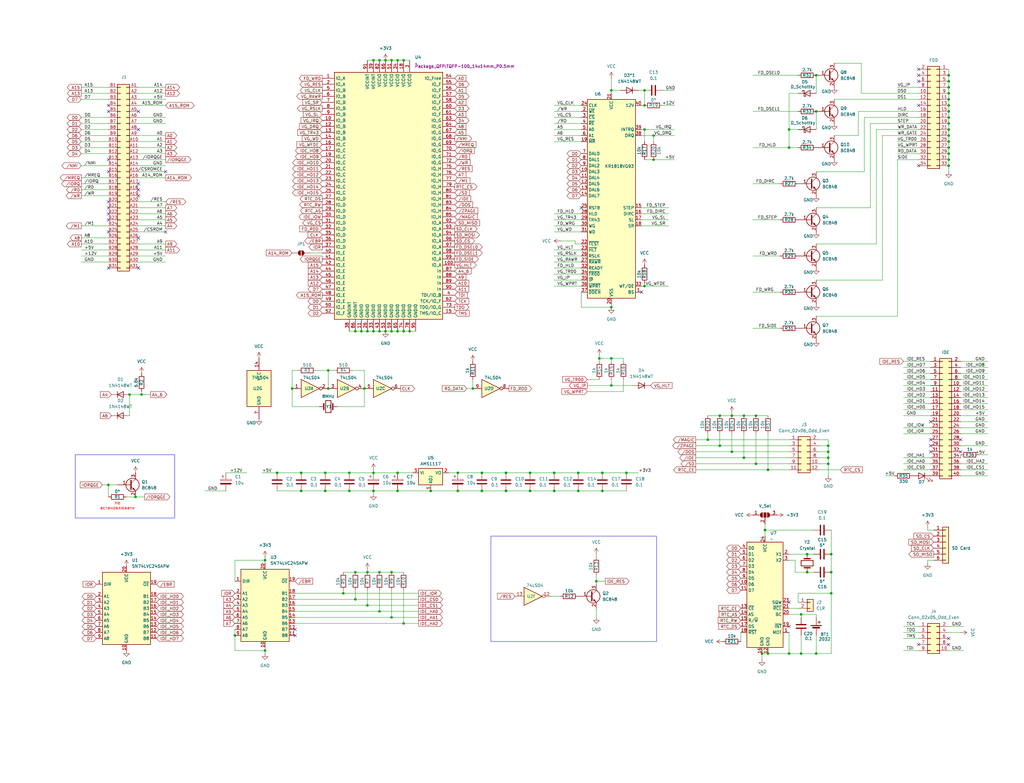
<source format=kicad_sch>
(kicad_sch (version 20231120) (generator "eeschema") (generator_version "8.0")
  (paper "User" 431.8 330.2)
  (title_block (title "IDE_FDD_SD_RTC") (date "2025-06-23") (rev "A2") (company "AlexZor"))
  (lib_symbols
    (symbol "74xx:74LS04"
      (property "Reference" "U" (at 0 1.27 0))
      (property "Value" "74LS04" (at 0 -1.27 0))
      (symbol "74LS04_1_0"
        (pin input line (at -7.62 0 0) (length 3.81) (name "~") (number "1"))
        (pin output inverted (at 7.62 0 180) (length 3.81) (name "~") (number "2"))
      )
      (symbol "74LS04_2_0"
        (pin input line (at -7.62 0 0) (length 3.81) (name "~") (number "3"))
        (pin output inverted (at 7.62 0 180) (length 3.81) (name "~") (number "4"))
      )
      (symbol "74LS04_3_0"
        (pin input line (at -7.62 0 0) (length 3.81) (name "~") (number "5"))
        (pin output inverted (at 7.62 0 180) (length 3.81) (name "~") (number "6"))
      )
      (symbol "74LS04_4_0"
        (pin output inverted (at 7.62 0 180) (length 3.81) (name "~") (number "8"))
        (pin input line (at -7.62 0 0) (length 3.81) (name "~") (number "9"))
      )
      (symbol "74LS04_5_0"
        (pin output inverted (at 7.62 0 180) (length 3.81) (name "~") (number "10"))
        (pin input line (at -7.62 0 0) (length 3.81) (name "~") (number "11"))
      )
      (symbol "74LS04_6_0"
        (pin output inverted (at 7.62 0 180) (length 3.81) (name "~") (number "12"))
        (pin input line (at -7.62 0 0) (length 3.81) (name "~") (number "13"))
      )
      (symbol "74LS04_7_0"
        (pin power_in line (at 0 12.7 270) (length 5.08) (name "VCC") (number "14"))
        (pin power_in line (at 0 -12.7 90) (length 5.08) (name "GND") (number "7"))
      )
    )
    (symbol "Connector_Generic:Conn_01x02" (pin_names (offset 1.016) hide)
      (property "Reference" "J" (at 0 2.54 0))
      (property "Value" "Conn_01x02" (at 0 -5.08 0))
      (symbol "Conn_01x02_1_1"
        (pin passive line (at -5.08 0 0) (length 3.81) (name "Pin_1") (number "1"))
        (pin passive line (at -5.08 -2.54 0) (length 3.81) (name "Pin_2") (number "2"))
      )
    )
    (symbol "Connector_Generic:Conn_01x06" (pin_names (offset 1.016) hide)
      (property "Reference" "J" (at 0 7.62 0))
      (property "Value" "Conn_01x06" (at 0 -10.16 0))
      (symbol "Conn_01x06_1_1"
        (pin passive line (at -5.08 5.08 0) (length 3.81) (name "Pin_1") (number "1"))
        (pin passive line (at -5.08 2.54 0) (length 3.81) (name "Pin_2") (number "2"))
        (pin passive line (at -5.08 0 0) (length 3.81) (name "Pin_3") (number "3"))
        (pin passive line (at -5.08 -2.54 0) (length 3.81) (name "Pin_4") (number "4"))
        (pin passive line (at -5.08 -5.08 0) (length 3.81) (name "Pin_5") (number "5"))
        (pin passive line (at -5.08 -7.62 0) (length 3.81) (name "Pin_6") (number "6"))
      )
    )
    (symbol "Connector_Generic:Conn_02x05_Odd_Even" (pin_names (offset 1.016) hide)
      (property "Reference" "J" (at 1.27 7.62 0))
      (property "Value" "Conn_02x05_Odd_Even" (at 1.27 -7.62 0))
      (symbol "Conn_02x05_Odd_Even_1_1"
        (pin passive line (at -5.08 5.08 0) (length 3.81) (name "Pin_1") (number "1"))
        (pin passive line (at 7.62 -5.08 180) (length 3.81) (name "Pin_10") (number "10"))
        (pin passive line (at 7.62 5.08 180) (length 3.81) (name "Pin_2") (number "2"))
        (pin passive line (at -5.08 2.54 0) (length 3.81) (name "Pin_3") (number "3"))
        (pin passive line (at 7.62 2.54 180) (length 3.81) (name "Pin_4") (number "4"))
        (pin passive line (at -5.08 0 0) (length 3.81) (name "Pin_5") (number "5"))
        (pin passive line (at 7.62 0 180) (length 3.81) (name "Pin_6") (number "6"))
        (pin passive line (at -5.08 -2.54 0) (length 3.81) (name "Pin_7") (number "7"))
        (pin passive line (at 7.62 -2.54 180) (length 3.81) (name "Pin_8") (number "8"))
        (pin passive line (at -5.08 -5.08 0) (length 3.81) (name "Pin_9") (number "9"))
      )
    )
    (symbol "Connector_Generic:Conn_02x06_Odd_Even" (pin_names (offset 1.016) hide)
      (property "Reference" "J" (at 1.27 7.62 0))
      (property "Value" "Conn_02x06_Odd_Even" (at 1.27 -10.16 0))
      (symbol "Conn_02x06_Odd_Even_1_1"
        (pin passive line (at -5.08 5.08 0) (length 3.81) (name "Pin_1") (number "1"))
        (pin passive line (at 7.62 -5.08 180) (length 3.81) (name "Pin_10") (number "10"))
        (pin passive line (at -5.08 -7.62 0) (length 3.81) (name "Pin_11") (number "11"))
        (pin passive line (at 7.62 -7.62 180) (length 3.81) (name "Pin_12") (number "12"))
        (pin passive line (at 7.62 5.08 180) (length 3.81) (name "Pin_2") (number "2"))
        (pin passive line (at -5.08 2.54 0) (length 3.81) (name "Pin_3") (number "3"))
        (pin passive line (at 7.62 2.54 180) (length 3.81) (name "Pin_4") (number "4"))
        (pin passive line (at -5.08 0 0) (length 3.81) (name "Pin_5") (number "5"))
        (pin passive line (at 7.62 0 180) (length 3.81) (name "Pin_6") (number "6"))
        (pin passive line (at -5.08 -2.54 0) (length 3.81) (name "Pin_7") (number "7"))
        (pin passive line (at 7.62 -2.54 180) (length 3.81) (name "Pin_8") (number "8"))
        (pin passive line (at -5.08 -5.08 0) (length 3.81) (name "Pin_9") (number "9"))
      )
    )
    (symbol "Connector_Generic:Conn_02x17_Odd_Even" (pin_names (offset 1.016) hide)
      (property "Reference" "J" (at 1.27 22.86 0))
      (property "Value" "Conn_02x17_Odd_Even" (at 1.27 -22.86 0))
      (symbol "Conn_02x17_Odd_Even_1_1"
        (pin passive line (at -5.08 20.32 0) (length 3.81) (name "Pin_1") (number "1"))
        (pin passive line (at 7.62 10.16 180) (length 3.81) (name "Pin_10") (number "10"))
        (pin passive line (at -5.08 7.62 0) (length 3.81) (name "Pin_11") (number "11"))
        (pin passive line (at 7.62 7.62 180) (length 3.81) (name "Pin_12") (number "12"))
        (pin passive line (at -5.08 5.08 0) (length 3.81) (name "Pin_13") (number "13"))
        (pin passive line (at 7.62 5.08 180) (length 3.81) (name "Pin_14") (number "14"))
        (pin passive line (at -5.08 2.54 0) (length 3.81) (name "Pin_15") (number "15"))
        (pin passive line (at 7.62 2.54 180) (length 3.81) (name "Pin_16") (number "16"))
        (pin passive line (at -5.08 0 0) (length 3.81) (name "Pin_17") (number "17"))
        (pin passive line (at 7.62 0 180) (length 3.81) (name "Pin_18") (number "18"))
        (pin passive line (at -5.08 -2.54 0) (length 3.81) (name "Pin_19") (number "19"))
        (pin passive line (at 7.62 20.32 180) (length 3.81) (name "Pin_2") (number "2"))
        (pin passive line (at 7.62 -2.54 180) (length 3.81) (name "Pin_20") (number "20"))
        (pin passive line (at -5.08 -5.08 0) (length 3.81) (name "Pin_21") (number "21"))
        (pin passive line (at 7.62 -5.08 180) (length 3.81) (name "Pin_22") (number "22"))
        (pin passive line (at -5.08 -7.62 0) (length 3.81) (name "Pin_23") (number "23"))
        (pin passive line (at 7.62 -7.62 180) (length 3.81) (name "Pin_24") (number "24"))
        (pin passive line (at -5.08 -10.16 0) (length 3.81) (name "Pin_25") (number "25"))
        (pin passive line (at 7.62 -10.16 180) (length 3.81) (name "Pin_26") (number "26"))
        (pin passive line (at -5.08 -12.7 0) (length 3.81) (name "Pin_27") (number "27"))
        (pin passive line (at 7.62 -12.7 180) (length 3.81) (name "Pin_28") (number "28"))
        (pin passive line (at -5.08 -15.24 0) (length 3.81) (name "Pin_29") (number "29"))
        (pin passive line (at -5.08 17.78 0) (length 3.81) (name "Pin_3") (number "3"))
        (pin passive line (at 7.62 -15.24 180) (length 3.81) (name "Pin_30") (number "30"))
        (pin passive line (at -5.08 -17.78 0) (length 3.81) (name "Pin_31") (number "31"))
        (pin passive line (at 7.62 -17.78 180) (length 3.81) (name "Pin_32") (number "32"))
        (pin passive line (at -5.08 -20.32 0) (length 3.81) (name "Pin_33") (number "33"))
        (pin passive line (at 7.62 -20.32 180) (length 3.81) (name "Pin_34") (number "34"))
        (pin passive line (at 7.62 17.78 180) (length 3.81) (name "Pin_4") (number "4"))
        (pin passive line (at -5.08 15.24 0) (length 3.81) (name "Pin_5") (number "5"))
        (pin passive line (at 7.62 15.24 180) (length 3.81) (name "Pin_6") (number "6"))
        (pin passive line (at -5.08 12.7 0) (length 3.81) (name "Pin_7") (number "7"))
        (pin passive line (at 7.62 12.7 180) (length 3.81) (name "Pin_8") (number "8"))
        (pin passive line (at -5.08 10.16 0) (length 3.81) (name "Pin_9") (number "9"))
      )
    )
    (symbol "Connector_Generic:Conn_02x20_Odd_Even" (pin_names (offset 1.016) hide)
      (property "Reference" "J" (at 1.27 25.4 0))
      (property "Value" "Conn_02x20_Odd_Even" (at 1.27 -27.94 0))
      (symbol "Conn_02x20_Odd_Even_1_1"
        (pin passive line (at -5.08 22.86 0) (length 3.81) (name "Pin_1") (number "1"))
        (pin passive line (at 7.62 12.7 180) (length 3.81) (name "Pin_10") (number "10"))
        (pin passive line (at -5.08 10.16 0) (length 3.81) (name "Pin_11") (number "11"))
        (pin passive line (at 7.62 10.16 180) (length 3.81) (name "Pin_12") (number "12"))
        (pin passive line (at -5.08 7.62 0) (length 3.81) (name "Pin_13") (number "13"))
        (pin passive line (at 7.62 7.62 180) (length 3.81) (name "Pin_14") (number "14"))
        (pin passive line (at -5.08 5.08 0) (length 3.81) (name "Pin_15") (number "15"))
        (pin passive line (at 7.62 5.08 180) (length 3.81) (name "Pin_16") (number "16"))
        (pin passive line (at -5.08 2.54 0) (length 3.81) (name "Pin_17") (number "17"))
        (pin passive line (at 7.62 2.54 180) (length 3.81) (name "Pin_18") (number "18"))
        (pin passive line (at -5.08 0 0) (length 3.81) (name "Pin_19") (number "19"))
        (pin passive line (at 7.62 22.86 180) (length 3.81) (name "Pin_2") (number "2"))
        (pin passive line (at 7.62 0 180) (length 3.81) (name "Pin_20") (number "20"))
        (pin passive line (at -5.08 -2.54 0) (length 3.81) (name "Pin_21") (number "21"))
        (pin passive line (at 7.62 -2.54 180) (length 3.81) (name "Pin_22") (number "22"))
        (pin passive line (at -5.08 -5.08 0) (length 3.81) (name "Pin_23") (number "23"))
        (pin passive line (at 7.62 -5.08 180) (length 3.81) (name "Pin_24") (number "24"))
        (pin passive line (at -5.08 -7.62 0) (length 3.81) (name "Pin_25") (number "25"))
        (pin passive line (at 7.62 -7.62 180) (length 3.81) (name "Pin_26") (number "26"))
        (pin passive line (at -5.08 -10.16 0) (length 3.81) (name "Pin_27") (number "27"))
        (pin passive line (at 7.62 -10.16 180) (length 3.81) (name "Pin_28") (number "28"))
        (pin passive line (at -5.08 -12.7 0) (length 3.81) (name "Pin_29") (number "29"))
        (pin passive line (at -5.08 20.32 0) (length 3.81) (name "Pin_3") (number "3"))
        (pin passive line (at 7.62 -12.7 180) (length 3.81) (name "Pin_30") (number "30"))
        (pin passive line (at -5.08 -15.24 0) (length 3.81) (name "Pin_31") (number "31"))
        (pin passive line (at 7.62 -15.24 180) (length 3.81) (name "Pin_32") (number "32"))
        (pin passive line (at -5.08 -17.78 0) (length 3.81) (name "Pin_33") (number "33"))
        (pin passive line (at 7.62 -17.78 180) (length 3.81) (name "Pin_34") (number "34"))
        (pin passive line (at -5.08 -20.32 0) (length 3.81) (name "Pin_35") (number "35"))
        (pin passive line (at 7.62 -20.32 180) (length 3.81) (name "Pin_36") (number "36"))
        (pin passive line (at -5.08 -22.86 0) (length 3.81) (name "Pin_37") (number "37"))
        (pin passive line (at 7.62 -22.86 180) (length 3.81) (name "Pin_38") (number "38"))
        (pin passive line (at -5.08 -25.4 0) (length 3.81) (name "Pin_39") (number "39"))
        (pin passive line (at 7.62 20.32 180) (length 3.81) (name "Pin_4") (number "4"))
        (pin passive line (at 7.62 -25.4 180) (length 3.81) (name "Pin_40") (number "40"))
        (pin passive line (at -5.08 17.78 0) (length 3.81) (name "Pin_5") (number "5"))
        (pin passive line (at 7.62 17.78 180) (length 3.81) (name "Pin_6") (number "6"))
        (pin passive line (at -5.08 15.24 0) (length 3.81) (name "Pin_7") (number "7"))
        (pin passive line (at 7.62 15.24 180) (length 3.81) (name "Pin_8") (number "8"))
        (pin passive line (at -5.08 12.7 0) (length 3.81) (name "Pin_9") (number "9"))
      )
    )
    (symbol "Connector_Generic:Conn_02x31_Row_Letter_First" (pin_names (offset 1.016) hide)
      (property "Reference" "J" (at 1.27 40.64 0))
      (property "Value" "Conn_02x31_Row_Letter_First" (at 1.27 -40.64 0))
      (symbol "Conn_02x31_Row_Letter_First_1_1"
        (pin passive line (at -5.08 38.1 0) (length 3.81) (name "Pin_a1") (number "A1"))
        (pin passive line (at -5.08 15.24 0) (length 3.81) (name "Pin_a10") (number "A10"))
        (pin passive line (at -5.08 12.7 0) (length 3.81) (name "Pin_a11") (number "A11"))
        (pin passive line (at -5.08 10.16 0) (length 3.81) (name "Pin_a12") (number "A12"))
        (pin passive line (at -5.08 7.62 0) (length 3.81) (name "Pin_a13") (number "A13"))
        (pin passive line (at -5.08 5.08 0) (length 3.81) (name "Pin_a14") (number "A14"))
        (pin passive line (at -5.08 2.54 0) (length 3.81) (name "Pin_a15") (number "A15"))
        (pin passive line (at -5.08 0 0) (length 3.81) (name "Pin_a16") (number "A16"))
        (pin passive line (at -5.08 -2.54 0) (length 3.81) (name "Pin_a17") (number "A17"))
        (pin passive line (at -5.08 -5.08 0) (length 3.81) (name "Pin_a18") (number "A18"))
        (pin passive line (at -5.08 -7.62 0) (length 3.81) (name "Pin_a19") (number "A19"))
        (pin passive line (at -5.08 35.56 0) (length 3.81) (name "Pin_a2") (number "A2"))
        (pin passive line (at -5.08 -10.16 0) (length 3.81) (name "Pin_a20") (number "A20"))
        (pin passive line (at -5.08 -12.7 0) (length 3.81) (name "Pin_a21") (number "A21"))
        (pin passive line (at -5.08 -15.24 0) (length 3.81) (name "Pin_a22") (number "A22"))
        (pin passive line (at -5.08 -17.78 0) (length 3.81) (name "Pin_a23") (number "A23"))
        (pin passive line (at -5.08 -20.32 0) (length 3.81) (name "Pin_a24") (number "A24"))
        (pin passive line (at -5.08 -22.86 0) (length 3.81) (name "Pin_a25") (number "A25"))
        (pin passive line (at -5.08 -25.4 0) (length 3.81) (name "Pin_a26") (number "A26"))
        (pin passive line (at -5.08 -27.94 0) (length 3.81) (name "Pin_a27") (number "A27"))
        (pin passive line (at -5.08 -30.48 0) (length 3.81) (name "Pin_a28") (number "A28"))
        (pin passive line (at -5.08 -33.02 0) (length 3.81) (name "Pin_a29") (number "A29"))
        (pin passive line (at -5.08 33.02 0) (length 3.81) (name "Pin_a3") (number "A3"))
        (pin passive line (at -5.08 -35.56 0) (length 3.81) (name "Pin_a30") (number "A30"))
        (pin passive line (at -5.08 -38.1 0) (length 3.81) (name "Pin_a31") (number "A31"))
        (pin passive line (at -5.08 30.48 0) (length 3.81) (name "Pin_a4") (number "A4"))
        (pin passive line (at -5.08 27.94 0) (length 3.81) (name "Pin_a5") (number "A5"))
        (pin passive line (at -5.08 25.4 0) (length 3.81) (name "Pin_a6") (number "A6"))
        (pin passive line (at -5.08 22.86 0) (length 3.81) (name "Pin_a7") (number "A7"))
        (pin passive line (at -5.08 20.32 0) (length 3.81) (name "Pin_a8") (number "A8"))
        (pin passive line (at -5.08 17.78 0) (length 3.81) (name "Pin_a9") (number "A9"))
        (pin passive line (at 7.62 38.1 180) (length 3.81) (name "Pin_b1") (number "B1"))
        (pin passive line (at 7.62 15.24 180) (length 3.81) (name "Pin_b10") (number "B10"))
        (pin passive line (at 7.62 12.7 180) (length 3.81) (name "Pin_b11") (number "B11"))
        (pin passive line (at 7.62 10.16 180) (length 3.81) (name "Pin_b12") (number "B12"))
        (pin passive line (at 7.62 7.62 180) (length 3.81) (name "Pin_b13") (number "B13"))
        (pin passive line (at 7.62 5.08 180) (length 3.81) (name "Pin_b14") (number "B14"))
        (pin passive line (at 7.62 2.54 180) (length 3.81) (name "Pin_b15") (number "B15"))
        (pin passive line (at 7.62 0 180) (length 3.81) (name "Pin_b16") (number "B16"))
        (pin passive line (at 7.62 -2.54 180) (length 3.81) (name "Pin_b17") (number "B17"))
        (pin passive line (at 7.62 -5.08 180) (length 3.81) (name "Pin_b18") (number "B18"))
        (pin passive line (at 7.62 -7.62 180) (length 3.81) (name "Pin_b19") (number "B19"))
        (pin passive line (at 7.62 35.56 180) (length 3.81) (name "Pin_b2") (number "B2"))
        (pin passive line (at 7.62 -10.16 180) (length 3.81) (name "Pin_b20") (number "B20"))
        (pin passive line (at 7.62 -12.7 180) (length 3.81) (name "Pin_b21") (number "B21"))
        (pin passive line (at 7.62 -15.24 180) (length 3.81) (name "Pin_b22") (number "B22"))
        (pin passive line (at 7.62 -17.78 180) (length 3.81) (name "Pin_b23") (number "B23"))
        (pin passive line (at 7.62 -20.32 180) (length 3.81) (name "Pin_b24") (number "B24"))
        (pin passive line (at 7.62 -22.86 180) (length 3.81) (name "Pin_b25") (number "B25"))
        (pin passive line (at 7.62 -25.4 180) (length 3.81) (name "Pin_b26") (number "B26"))
        (pin passive line (at 7.62 -27.94 180) (length 3.81) (name "Pin_b27") (number "B27"))
        (pin passive line (at 7.62 -30.48 180) (length 3.81) (name "Pin_b28") (number "B28"))
        (pin passive line (at 7.62 -33.02 180) (length 3.81) (name "Pin_b29") (number "B29"))
        (pin passive line (at 7.62 33.02 180) (length 3.81) (name "Pin_b3") (number "B3"))
        (pin passive line (at 7.62 -35.56 180) (length 3.81) (name "Pin_b30") (number "B30"))
        (pin passive line (at 7.62 -38.1 180) (length 3.81) (name "Pin_b31") (number "B31"))
        (pin passive line (at 7.62 30.48 180) (length 3.81) (name "Pin_b4") (number "B4"))
        (pin passive line (at 7.62 27.94 180) (length 3.81) (name "Pin_b5") (number "B5"))
        (pin passive line (at 7.62 25.4 180) (length 3.81) (name "Pin_b6") (number "B6"))
        (pin passive line (at 7.62 22.86 180) (length 3.81) (name "Pin_b7") (number "B7"))
        (pin passive line (at 7.62 20.32 180) (length 3.81) (name "Pin_b8") (number "B8"))
        (pin passive line (at 7.62 17.78 180) (length 3.81) (name "Pin_b9") (number "B9"))
      )
    )
    (symbol "Device:Battery_Cell" (pin_numbers hide) (pin_names (offset 0) hide)
      (property "Reference" "BT" (at 2.54 2.54 0))
      (property "Value" "Battery_Cell" (at 2.54 0 0))
      (symbol "Battery_Cell_1_1"
        (pin passive line (at 0 5.08 270) (length 2.54) (name "+") (number "1"))
        (pin passive line (at 0 -2.54 90) (length 2.54) (name "-") (number "2"))
      )
    )
    (symbol "Device:C" (pin_numbers hide) (pin_names (offset 0.254))
      (property "Reference" "C" (at 0.635 2.54 0))
      (property "Value" "C" (at 0.635 -2.54 0))
      (symbol "C_1_1"
        (pin passive line (at 0 3.81 270) (length 2.794) (name "~") (number "1"))
        (pin passive line (at 0 -3.81 90) (length 2.794) (name "~") (number "2"))
      )
    )
    (symbol "Device:C_Polarized" (pin_numbers hide) (pin_names (offset 0.254))
      (property "Reference" "C" (at 0.635 2.54 0))
      (property "Value" "C_Polarized" (at 0.635 -2.54 0))
      (symbol "C_Polarized_1_1"
        (pin passive line (at 0 3.81 270) (length 2.794) (name "~") (number "1"))
        (pin passive line (at 0 -3.81 90) (length 2.794) (name "~") (number "2"))
      )
    )
    (symbol "Device:Crystal" (pin_numbers hide) (pin_names (offset 1.016) hide)
      (property "Reference" "Y" (at 0 3.81 0))
      (property "Value" "Crystal" (at 0 -3.81 0))
      (symbol "Crystal_1_1"
        (pin passive line (at -3.81 0 0) (length 1.27) (name "1") (number "1"))
        (pin passive line (at 3.81 0 180) (length 1.27) (name "2") (number "2"))
      )
    )
    (symbol "Device:D_Schottky" (pin_numbers hide) (pin_names (offset 1.016) hide)
      (property "Reference" "D" (at 0 2.54 0))
      (property "Value" "D_Schottky" (at 0 -2.54 0))
      (symbol "D_Schottky_1_1"
        (pin passive line (at -3.81 0 0) (length 2.54) (name "K") (number "1"))
        (pin passive line (at 3.81 0 180) (length 2.54) (name "A") (number "2"))
      )
    )
    (symbol "Device:LED" (pin_numbers hide) (pin_names (offset 1.016) hide)
      (property "Reference" "D" (at 0 2.54 0))
      (property "Value" "LED" (at 0 -2.54 0))
      (symbol "LED_1_1"
        (pin passive line (at -3.81 0 0) (length 2.54) (name "K") (number "1"))
        (pin passive line (at 3.81 0 180) (length 2.54) (name "A") (number "2"))
      )
    )
    (symbol "Device:R" (pin_numbers hide) (pin_names (offset 0))
      (property "Reference" "R" (at 2.032 0 90))
      (property "Value" "R" (at 0 0 90))
      (symbol "R_1_1"
        (pin passive line (at 0 3.81 270) (length 1.27) (name "~") (number "1"))
        (pin passive line (at 0 -3.81 90) (length 1.27) (name "~") (number "2"))
      )
    )
    (symbol "Diode:1N4148WT" (pin_numbers hide) (pin_names hide)
      (property "Reference" "D" (at 0 2.54 0))
      (property "Value" "1N4148WT" (at 0 -2.54 0))
      (symbol "1N4148WT_1_1"
        (pin passive line (at -3.81 0 0) (length 2.54) (name "K") (number "1"))
        (pin passive line (at 3.81 0 180) (length 2.54) (name "A") (number "2"))
      )
    )
    (symbol "Interface:KR1818VG93"
      (property "Reference" "U" (at -8.89 44.45 0))
      (property "Value" "KR1818VG93" (at 6.35 44.45 0))
      (symbol "KR1818VG93_1_1"
        (pin input line (at 12.7 -38.1 180) (length 2.54) (name "BS") (number "1"))
        (pin tri_state line (at -12.7 12.7 0) (length 2.54) (name "DAL3") (number "10"))
        (pin tri_state line (at -12.7 10.16 0) (length 2.54) (name "DAL4") (number "11"))
        (pin tri_state line (at -12.7 7.62 0) (length 2.54) (name "DAL5") (number "12"))
        (pin tri_state line (at -12.7 5.08 0) (length 2.54) (name "DAL6") (number "13"))
        (pin tri_state line (at -12.7 2.54 0) (length 2.54) (name "DAL7") (number "14"))
        (pin output line (at 12.7 -2.54 180) (length 2.54) (name "STEP") (number "15"))
        (pin output line (at 12.7 -5.08 180) (length 2.54) (name "DIRC") (number "16"))
        (pin input line (at 12.7 -7.62 180) (length 2.54) (name "SL") (number "17"))
        (pin input line (at 12.7 -10.16 180) (length 2.54) (name "SR") (number "18"))
        (pin input line (at -12.7 25.4 0) (length 2.54) (name "~{MR}") (number "19"))
        (pin input line (at -12.7 38.1 0) (length 2.54) (name "~{WE}") (number "2"))
        (pin power_in line (at 0 -43.18 90) (length 2.54) (name "VSS") (number "20"))
        (pin power_in line (at 0 45.72 270) (length 2.54) (name "VCC") (number "21"))
        (pin input line (at -12.7 -17.78 0) (length 2.54) (name "~{TEST}") (number "22"))
        (pin output line (at -12.7 -20.32 0) (length 2.54) (name "~{HLT}") (number "23"))
        (pin input line (at -12.7 40.64 0) (length 2.54) (name "CLK") (number "24"))
        (pin input line (at -12.7 -2.54 0) (length 2.54) (name "RSTB") (number "25"))
        (pin input line (at -12.7 -22.86 0) (length 2.54) (name "RSLK") (number "26"))
        (pin input line (at -12.7 -25.4 0) (length 2.54) (name "~{RAWR}") (number "27"))
        (pin output line (at -12.7 -5.08 0) (length 2.54) (name "HLD") (number "28"))
        (pin output line (at -12.7 -7.62 0) (length 2.54) (name "TR43") (number "29"))
        (pin input line (at -12.7 35.56 0) (length 2.54) (name "~{CS}") (number "3"))
        (pin output line (at -12.7 -10.16 0) (length 2.54) (name "WG") (number "30"))
        (pin output line (at -12.7 -12.7 0) (length 2.54) (name "WD") (number "31"))
        (pin input line (at -12.7 -27.94 0) (length 2.54) (name "READY") (number "32"))
        (pin input line (at 12.7 -35.56 180) (length 2.54) (name "WF/DE") (number "33"))
        (pin input line (at -12.7 -30.48 0) (length 2.54) (name "~{TR00}") (number "34"))
        (pin input line (at -12.7 -33.02 0) (length 2.54) (name "~{IP}") (number "35"))
        (pin input line (at -12.7 -35.56 0) (length 2.54) (name "~{WPRT}") (number "36"))
        (pin input line (at -12.7 -38.1 0) (length 2.54) (name "~{DDEN}") (number "37"))
        (pin output line (at 12.7 27.94 180) (length 2.54) (name "DRQ") (number "38"))
        (pin output line (at 12.7 30.48 180) (length 2.54) (name "INTRQ") (number "39"))
        (pin input line (at -12.7 33.02 0) (length 2.54) (name "~{RE}") (number "4"))
        (pin power_in line (at 12.7 40.64 180) (length 2.54) (name "12V") (number "40"))
        (pin input line (at -12.7 30.48 0) (length 2.54) (name "A0") (number "5"))
        (pin input line (at -12.7 27.94 0) (length 2.54) (name "A1") (number "6"))
        (pin tri_state line (at -12.7 20.32 0) (length 2.54) (name "DAL0") (number "7"))
        (pin tri_state line (at -12.7 17.78 0) (length 2.54) (name "DAL1") (number "8"))
        (pin tri_state line (at -12.7 15.24 0) (length 2.54) (name "DAL2") (number "9"))
      )
    )
    (symbol "Interface:RTC"
      (property "Reference" "U" (at 0 0 0))
      (symbol "RTC_1_1"
        (pin input line (at 10.16 -22.86 180) (length 2.54) (name "MOT") (number "1"))
        (pin bidirectional line (at -10.16 -2.54 0) (length 2.54) (name "D6") (number "10"))
        (pin bidirectional line (at -10.16 -5.08 0) (length 2.54) (name "D7") (number "11"))
        (pin power_in line (at 1.27 -31.75 90) (length 2.54) (name "GND") (number "12"))
        (pin input line (at -10.16 -12.7 0) (length 2.54) (name "~{CE}") (number "13"))
        (pin input line (at -10.16 -15.24 0) (length 2.54) (name "AS") (number "14"))
        (pin input line (at -10.16 -17.78 0) (length 2.54) (name "R/~{W}") (number "15"))
        (pin power_in line (at -1.27 -31.75 90) (length 2.54) (name "GND") (number "16"))
        (pin input line (at -10.16 -20.32 0) (length 2.54) (name "DS") (number "17"))
        (pin input line (at -10.16 -22.86 0) (length 2.54) (name "~{RST}") (number "18"))
        (pin output line (at 10.16 -20.32 180) (length 2.54) (name "~{INT}") (number "19"))
        (pin input line (at 10.16 10.16 180) (length 2.54) (name "X1") (number "2"))
        (pin power_out line (at 10.16 -15.24 180) (length 2.54) (name "BC") (number "20"))
        (pin input line (at 10.16 -12.7 180) (length 2.54) (name "~{RCL}") (number "21"))
        (pin output line (at 10.16 -10.16 180) (length 2.54) (name "SQW") (number "23"))
        (pin power_in line (at 0 17.78 270) (length 2.54) (name "VCC") (number "24"))
        (pin input line (at 10.16 7.62 180) (length 2.54) (name "X2") (number "3"))
        (pin bidirectional line (at -10.16 12.7 0) (length 2.54) (name "D0") (number "4"))
        (pin bidirectional line (at -10.16 10.16 0) (length 2.54) (name "D1") (number "5"))
        (pin bidirectional line (at -10.16 7.62 0) (length 2.54) (name "D2") (number "6"))
        (pin bidirectional line (at -10.16 5.08 0) (length 2.54) (name "D3") (number "7"))
        (pin bidirectional line (at -10.16 2.54 0) (length 2.54) (name "D4") (number "8"))
        (pin bidirectional line (at -10.16 0 0) (length 2.54) (name "D5") (number "9"))
      )
    )
    (symbol "Jumper:SolderJumper_2_Open" (pin_numbers hide) (pin_names (offset 0) hide) (exclude_from_sim yes) (in_bom no)
      (property "Reference" "JP" (at 0 2.032 0))
      (property "Value" "SolderJumper_2_Open" (at 0 -2.54 0))
      (symbol "SolderJumper_2_Open_1_1"
        (pin passive line (at -3.81 0 0) (length 2.54) (name "A") (number "1"))
        (pin passive line (at 3.81 0 180) (length 2.54) (name "B") (number "2"))
      )
    )
    (symbol "Jumper:SolderJumper_3_Open" (pin_names (offset 0) hide) (exclude_from_sim yes) (in_bom no)
      (property "Reference" "JP" (at -2.54 -2.54 0))
      (property "Value" "SolderJumper_3_Open" (at 0 2.794 0))
      (symbol "SolderJumper_3_Open_1_1"
        (pin passive line (at -5.08 0 0) (length 2.54) (name "A") (number "1"))
        (pin passive line (at 0 -3.81 90) (length 2.54) (name "C") (number "2"))
        (pin passive line (at 5.08 0 180) (length 2.54) (name "B") (number "3"))
      )
    )
    (symbol "Logic_LevelTranslator:SN74LVC245APW"
      (property "Reference" "U" (at -10.16 17.78 0))
      (property "Value" "SN74LVC245APW" (at 10.16 17.78 0))
      (symbol "SN74LVC245APW_1_1"
        (pin input line (at -12.7 10.16 0) (length 2.54) (name "DIR") (number "1"))
        (pin power_in line (at 0 -17.78 90) (length 2.54) (name "GND") (number "10"))
        (pin bidirectional line (at 12.7 -12.7 180) (length 2.54) (name "B8") (number "11"))
        (pin bidirectional line (at 12.7 -10.16 180) (length 2.54) (name "B7") (number "12"))
        (pin bidirectional line (at 12.7 -7.62 180) (length 2.54) (name "B6") (number "13"))
        (pin bidirectional line (at 12.7 -5.08 180) (length 2.54) (name "B5") (number "14"))
        (pin bidirectional line (at 12.7 -2.54 180) (length 2.54) (name "B4") (number "15"))
        (pin bidirectional line (at 12.7 0 180) (length 2.54) (name "B3") (number "16"))
        (pin bidirectional line (at 12.7 2.54 180) (length 2.54) (name "B2") (number "17"))
        (pin bidirectional line (at 12.7 5.08 180) (length 2.54) (name "B1") (number "18"))
        (pin input line (at 12.7 10.16 180) (length 2.54) (name "~{OE}") (number "19"))
        (pin bidirectional line (at -12.7 5.08 0) (length 2.54) (name "A1") (number "2"))
        (pin power_in line (at 0 17.78 270) (length 2.54) (name "VCC") (number "20"))
        (pin bidirectional line (at -12.7 2.54 0) (length 2.54) (name "A2") (number "3"))
        (pin bidirectional line (at -12.7 0 0) (length 2.54) (name "A3") (number "4"))
        (pin bidirectional line (at -12.7 -2.54 0) (length 2.54) (name "A4") (number "5"))
        (pin bidirectional line (at -12.7 -5.08 0) (length 2.54) (name "A5") (number "6"))
        (pin bidirectional line (at -12.7 -7.62 0) (length 2.54) (name "A6") (number "7"))
        (pin bidirectional line (at -12.7 -10.16 0) (length 2.54) (name "A7") (number "8"))
        (pin bidirectional line (at -12.7 -12.7 0) (length 2.54) (name "A8") (number "9"))
      )
    )
    (symbol "Regulator_Linear:AMS1117"
      (property "Reference" "U" (at -3.81 3.175 0))
      (property "Value" "AMS1117" (at 0 3.175 0))
      (symbol "AMS1117_1_1"
        (pin input line (at 0 -7.62 90) (length 2.54) (name "ADJ") (number "1"))
        (pin power_out line (at 7.62 0 180) (length 2.54) (name "VO") (number "2"))
        (pin power_in line (at -7.62 0 0) (length 2.54) (name "VI") (number "3"))
      )
    )
    (symbol "Transistor_BJT:BC848" (pin_names (offset 0) hide)
      (property "Reference" "Q" (at 5.08 1.905 0))
      (property "Value" "BC848" (at 5.08 0 0))
      (symbol "BC848_1_1"
        (pin input line (at -5.08 0 0) (length 5.715) (name "B") (number "1"))
        (pin passive line (at 2.54 -5.08 90) (length 2.54) (name "E") (number "2"))
        (pin passive line (at 2.54 5.08 270) (length 2.54) (name "C") (number "3"))
      )
    )
    (symbol "epm3128:epm3128"
      (property "Reference" "U" (at 0 0 0))
      (property "Footprint" "Package_QFP:TQFP-100_14x14mm_P0.5mm" (at 0 0 0))
      (symbol "epm3128_1_1"
        (pin bidirectional line (at -25.4 55.88 0) (length 5.08) (name "IO_A") (number "1"))
        (pin bidirectional line (at -25.4 38.1 0) (length 5.08) (name "IO_B") (number "10"))
        (pin bidirectional line (at 30.48 -22.86 180) (length 5.08) (name "IO_A") (number "100"))
        (pin power_in line (at -8.89 -50.8 90) (length 5.08) (name "GNDIO") (number "11"))
        (pin bidirectional line (at -25.4 35.56 0) (length 5.08) (name "IO_B") (number "12"))
        (pin bidirectional line (at -25.4 33.02 0) (length 5.08) (name "IO_B") (number "13"))
        (pin bidirectional line (at -25.4 30.48 0) (length 5.08) (name "IO_B") (number "14"))
        (pin bidirectional line (at 30.48 -43.18 180) (length 5.08) (name "TMS/IO_C") (number "15"))
        (pin bidirectional line (at -25.4 27.94 0) (length 5.08) (name "IO_C") (number "16"))
        (pin bidirectional line (at -25.4 25.4 0) (length 5.08) (name "IO_C") (number "17"))
        (pin power_in line (at 8.89 63.5 270) (length 5.08) (name "VCCIO") (number "18"))
        (pin bidirectional line (at -25.4 22.86 0) (length 5.08) (name "IO_C") (number "19"))
        (pin bidirectional line (at -25.4 53.34 0) (length 5.08) (name "IO_A") (number "2"))
        (pin bidirectional line (at -25.4 20.32 0) (length 5.08) (name "IO_C") (number "20"))
        (pin bidirectional line (at -25.4 17.78 0) (length 5.08) (name "IO_C") (number "21"))
        (pin bidirectional line (at -25.4 15.24 0) (length 5.08) (name "IO_C") (number "22"))
        (pin bidirectional line (at -25.4 12.7 0) (length 5.08) (name "IO_C") (number "23"))
        (pin bidirectional line (at -25.4 10.16 0) (length 5.08) (name "IO_C") (number "24"))
        (pin bidirectional line (at -25.4 7.62 0) (length 5.08) (name "IO_C") (number "25"))
        (pin power_in line (at -6.35 -50.8 90) (length 5.08) (name "GNDIO") (number "26"))
        (pin bidirectional line (at -25.4 5.08 0) (length 5.08) (name "IO_D") (number "27"))
        (pin bidirectional line (at -25.4 2.54 0) (length 5.08) (name "IO_D") (number "28"))
        (pin bidirectional line (at -25.4 0 0) (length 5.08) (name "IO_D") (number "29"))
        (pin power_in line (at 11.43 63.5 270) (length 5.08) (name "VCCIO") (number "3"))
        (pin bidirectional line (at -25.4 -2.54 0) (length 5.08) (name "IO_D") (number "30"))
        (pin bidirectional line (at -25.4 -5.08 0) (length 5.08) (name "IO_D") (number "31"))
        (pin bidirectional line (at -25.4 -7.62 0) (length 5.08) (name "IO_D") (number "32"))
        (pin power_in line (at -3.81 -50.8 90) (length 5.08) (name "GNDIO") (number "33"))
        (pin power_in line (at 6.35 63.5 270) (length 5.08) (name "VCCIO") (number "34"))
        (pin bidirectional line (at -25.4 -10.16 0) (length 5.08) (name "IO_D") (number "35"))
        (pin bidirectional line (at -25.4 -12.7 0) (length 5.08) (name "IO_D") (number "36"))
        (pin bidirectional line (at -25.4 -15.24 0) (length 5.08) (name "IO_D") (number "37"))
        (pin power_in line (at -13.97 -50.8 90) (length 5.08) (name "GNDINT") (number "38"))
        (pin power_in line (at -3.81 63.5 270) (length 5.08) (name "VCCINT") (number "39"))
        (pin bidirectional line (at 30.48 -35.56 180) (length 5.08) (name "TDI/IO_B") (number "4"))
        (pin bidirectional line (at -25.4 -17.78 0) (length 5.08) (name "IO_E") (number "40"))
        (pin bidirectional line (at -25.4 -20.32 0) (length 5.08) (name "IO_E") (number "41"))
        (pin bidirectional line (at -25.4 -22.86 0) (length 5.08) (name "IO_E") (number "42"))
        (pin power_in line (at -1.27 -50.8 90) (length 5.08) (name "GNDIO") (number "43"))
        (pin bidirectional line (at -25.4 -25.4 0) (length 5.08) (name "IO_E") (number "44"))
        (pin bidirectional line (at -25.4 -27.94 0) (length 5.08) (name "IO_E") (number "45"))
        (pin bidirectional line (at -25.4 -30.48 0) (length 5.08) (name "IO_E") (number "46"))
        (pin bidirectional line (at -25.4 -33.02 0) (length 5.08) (name "IO_E") (number "47"))
        (pin bidirectional line (at -25.4 -35.56 0) (length 5.08) (name "IO_E") (number "48"))
        (pin bidirectional line (at -25.4 -38.1 0) (length 5.08) (name "IO_E") (number "49"))
        (pin bidirectional line (at -25.4 50.8 0) (length 5.08) (name "IO_B") (number "5"))
        (pin bidirectional line (at -25.4 -40.64 0) (length 5.08) (name "IO_E") (number "50"))
        (pin power_in line (at 3.81 63.5 270) (length 5.08) (name "VCCIO") (number "51"))
        (pin bidirectional line (at -25.4 -43.18 0) (length 5.08) (name "IO_F") (number "52"))
        (pin power_in line (at 1.27 -50.8 90) (length 5.08) (name "GNDIO") (number "53"))
        (pin bidirectional line (at 30.48 55.88 180) (length 5.08) (name "IO_Free") (number "54"))
        (pin bidirectional line (at 30.48 53.34 180) (length 5.08) (name "IO_F") (number "55"))
        (pin bidirectional line (at 30.48 50.8 180) (length 5.08) (name "IO_F") (number "56"))
        (pin bidirectional line (at 30.48 48.26 180) (length 5.08) (name "IO_F") (number "57"))
        (pin bidirectional line (at 30.48 45.72 180) (length 5.08) (name "IO_F") (number "58"))
        (pin power_in line (at 3.81 -50.8 90) (length 5.08) (name "GNDIO") (number "59"))
        (pin bidirectional line (at -25.4 48.26 0) (length 5.08) (name "IO_B") (number "6"))
        (pin bidirectional line (at 30.48 43.18 180) (length 5.08) (name "IO_F") (number "60"))
        (pin bidirectional line (at 30.48 40.64 180) (length 5.08) (name "IO_F") (number "61"))
        (pin bidirectional line (at 30.48 -38.1 180) (length 5.08) (name "TCK/IO_F") (number "62"))
        (pin bidirectional line (at 30.48 38.1 180) (length 5.08) (name "IO_G") (number "63"))
        (pin bidirectional line (at 30.48 35.56 180) (length 5.08) (name "IO_G") (number "64"))
        (pin power_in line (at 6.35 -50.8 90) (length 5.08) (name "GNDIO") (number "65"))
        (pin power_in line (at 1.27 63.5 270) (length 5.08) (name "VCCIO") (number "66"))
        (pin bidirectional line (at 30.48 33.02 180) (length 5.08) (name "IO_G") (number "67"))
        (pin bidirectional line (at 30.48 30.48 180) (length 5.08) (name "IO_G") (number "68"))
        (pin bidirectional line (at 30.48 27.94 180) (length 5.08) (name "IO_G") (number "69"))
        (pin bidirectional line (at -25.4 45.72 0) (length 5.08) (name "IO_B") (number "7"))
        (pin bidirectional line (at 30.48 25.4 180) (length 5.08) (name "IO_G") (number "70"))
        (pin bidirectional line (at 30.48 22.86 180) (length 5.08) (name "IO_G") (number "71"))
        (pin bidirectional line (at 30.48 20.32 180) (length 5.08) (name "IO_G") (number "72"))
        (pin bidirectional line (at 30.48 -40.64 180) (length 5.08) (name "TDO/IO_G") (number "73"))
        (pin power_in line (at 8.89 -50.8 90) (length 5.08) (name "GNDIO") (number "74"))
        (pin bidirectional line (at 30.48 17.78 180) (length 5.08) (name "IO_H") (number "75"))
        (pin bidirectional line (at 30.48 15.24 180) (length 5.08) (name "IO_H") (number "76"))
        (pin bidirectional line (at 30.48 12.7 180) (length 5.08) (name "IO_H") (number "77"))
        (pin power_in line (at 11.43 -50.8 90) (length 5.08) (name "GNDIO") (number "78"))
        (pin bidirectional line (at 30.48 10.16 180) (length 5.08) (name "IO_H") (number "79"))
        (pin bidirectional line (at -25.4 43.18 0) (length 5.08) (name "IO_B") (number "8"))
        (pin bidirectional line (at 30.48 7.62 180) (length 5.08) (name "IO_H") (number "80"))
        (pin bidirectional line (at 30.48 5.08 180) (length 5.08) (name "IO_H") (number "81"))
        (pin power_in line (at -1.27 63.5 270) (length 5.08) (name "VCCIO") (number "82"))
        (pin bidirectional line (at 30.48 2.54 180) (length 5.08) (name "IO_H") (number "83"))
        (pin bidirectional line (at 30.48 0 180) (length 5.08) (name "IO_H") (number "84"))
        (pin bidirectional line (at 30.48 -2.54 180) (length 5.08) (name "IO_H") (number "85"))
        (pin power_in line (at -11.43 -50.8 90) (length 5.08) (name "GNDINT") (number "86"))
        (pin bidirectional line (at 30.48 -25.4 180) (length 5.08) (name "In") (number "87"))
        (pin bidirectional line (at 30.48 -27.94 180) (length 5.08) (name "In") (number "88"))
        (pin bidirectional line (at 30.48 -30.48 180) (length 5.08) (name "In") (number "89"))
        (pin bidirectional line (at -25.4 40.64 0) (length 5.08) (name "IO_B") (number "9"))
        (pin bidirectional line (at 30.48 -33.02 180) (length 5.08) (name "In") (number "90"))
        (pin power_in line (at -6.35 63.5 270) (length 5.08) (name "VCCINT") (number "91"))
        (pin bidirectional line (at 30.48 -5.08 180) (length 5.08) (name "IO_A") (number "92"))
        (pin bidirectional line (at 30.48 -7.62 180) (length 5.08) (name "IO_A") (number "93"))
        (pin bidirectional line (at 30.48 -10.16 180) (length 5.08) (name "IO_A") (number "94"))
        (pin power_in line (at 13.97 -50.8 90) (length 5.08) (name "GNDIO") (number "95"))
        (pin bidirectional line (at 30.48 -12.7 180) (length 5.08) (name "IO_A") (number "96"))
        (pin bidirectional line (at 30.48 -15.24 180) (length 5.08) (name "IO_A") (number "97"))
        (pin bidirectional line (at 30.48 -17.78 180) (length 5.08) (name "IO_A") (number "98"))
        (pin bidirectional line (at 30.48 -20.32 180) (length 5.08) (name "IO_A") (number "99"))
      )
    )
    (symbol "power:+5V" (power) (pin_numbers hide) (pin_names (offset 0) hide)
      (property "Value" "+5V" (at 0 3.556 0))
      (symbol "+5V_1_1"
        (pin power_in line (at 0 0 90) (length 0) (name "~") (number "1"))
      )
    )
    (symbol "power:GND" (power) (pin_numbers hide) (pin_names (offset 0) hide)
      (property "Value" "GND" (at 0 -3.81 0))
      (symbol "GND_1_1"
        (pin power_in line (at 0 0 270) (length 0) (name "~") (number "1"))
      )
    )
    (symbol "power:VCC" (power) (pin_numbers hide) (pin_names (offset 0) hide)
      (property "Value" "VCC" (at 0 3.556 0))
      (symbol "VCC_1_1"
        (pin power_in line (at 0 0 90) (length 0) (name "~") (number "1"))
      )
    )
  )
  (junction (at 257.81 151.13))
  (junction (at 154.94 255.27))
  (junction (at 275.59 57.15))
  (junction (at 400.05 31.75))
  (junction (at 203.2 207.01))
  (junction (at 252.73 151.13))
  (junction (at 337.82 275.59))
  (junction (at 308.61 190.5))
  (junction (at 318.77 195.58))
  (junction (at 147.32 199.39))
  (junction (at 223.52 207.01))
  (junction (at 137.16 199.39))
  (junction (at 127 199.39))
  (junction (at 303.53 187.96))
  (junction (at 127 207.01))
  (junction (at 167.64 207.01))
  (junction (at 203.2 199.39))
  (junction (at 400.05 52.07))
  (junction (at 193.04 199.39))
  (junction (at 400.05 44.45))
  (junction (at 349.25 195.58))
  (junction (at 193.04 207.01))
  (junction (at 199.39 163.83))
  (junction (at 271.78 44.45))
  (junction (at 313.69 175.26))
  (junction (at 400.05 59.69))
  (junction (at 264.16 199.39))
  (junction (at 149.86 252.73))
  (junction (at 149.86 139.7))
  (junction (at 271.78 54.61))
  (junction (at 165.1 139.7))
  (junction (at 223.52 199.39))
  (junction (at 400.05 41.91))
  (junction (at 154.94 139.7))
  (junction (at 167.64 139.7))
  (junction (at 400.05 46.99))
  (junction (at 170.18 139.7))
  (junction (at 257.81 162.56))
  (junction (at 350.52 241.3))
  (junction (at 344.17 275.59))
  (junction (at 162.56 139.7))
  (junction (at 172.72 139.7))
  (junction (at 251.46 245.11))
  (junction (at 400.05 49.53))
  (junction (at 298.45 185.42))
  (junction (at 303.53 175.26))
  (junction (at 349.25 190.5))
  (junction (at 254 199.39))
  (junction (at 340.36 233.68))
  (junction (at 254 207.01))
  (junction (at 400.05 36.83))
  (junction (at 165.1 241.3))
  (junction (at 152.4 139.7))
  (junction (at 400.05 57.15))
  (junction (at 350.52 250.19))
  (junction (at 271.78 120.65))
  (junction (at 111.76 236.22))
  (junction (at 111.76 274.32))
  (junction (at 271.78 38.1))
  (junction (at 160.02 25.4))
  (junction (at 170.18 262.89))
  (junction (at 157.48 207.01))
  (junction (at 308.61 175.26))
  (junction (at 400.05 54.61))
  (junction (at 233.68 207.01))
  (junction (at 332.74 62.23))
  (junction (at 138.43 163.83))
  (junction (at 318.77 175.26))
  (junction (at 275.59 67.31))
  (junction (at 332.74 54.61))
  (junction (at 57.15 209.55))
  (junction (at 54.61 166.37))
  (junction (at 59.69 166.37))
  (junction (at 257.81 129.54))
  (junction (at 153.67 163.83))
  (junction (at 344.17 31.75))
  (junction (at 313.69 193.04))
  (junction (at 123.19 163.83))
  (junction (at 349.25 187.96))
  (junction (at 323.85 198.12))
  (junction (at 349.25 193.04))
  (junction (at 400.05 64.77))
  (junction (at 45.72 204.47))
  (junction (at 400.05 39.37))
  (junction (at 157.48 199.39))
  (junction (at 170.18 25.4))
  (junction (at 340.36 241.3))
  (junction (at 181.61 207.01))
  (junction (at 160.02 257.81))
  (junction (at 157.48 139.7))
  (junction (at 147.32 207.01))
  (junction (at 160.02 241.3))
  (junction (at 332.74 275.59))
  (junction (at 323.85 275.59))
  (junction (at 167.64 199.39))
  (junction (at 322.58 223.52))
  (junction (at 337.82 259.08))
  (junction (at 350.52 233.68))
  (junction (at 162.56 25.4))
  (junction (at 144.78 250.19))
  (junction (at 165.1 25.4))
  (junction (at 257.81 38.1))
  (junction (at 154.94 241.3))
  (junction (at 243.84 207.01))
  (junction (at 160.02 139.7))
  (junction (at 321.31 275.59))
  (junction (at 137.16 207.01))
  (junction (at 344.17 46.99))
  (junction (at 400.05 69.85))
  (junction (at 116.84 199.39))
  (junction (at 400.05 67.31))
  (junction (at 99.06 267.97))
  (junction (at 213.36 199.39))
  (junction (at 243.84 199.39))
  (junction (at 165.1 260.35))
  (junction (at 157.48 25.4))
  (junction (at 213.36 207.01))
  (junction (at 167.64 25.4))
  (junction (at 400.05 34.29))
  (junction (at 233.68 199.39))
  (junction (at 149.86 241.3))
  (junction (at 138.43 156.21))
  (junction (at 400.05 62.23))
  (no_connect (at 45.72 113.03))
  (no_connect (at 69.85 72.39))
  (no_connect (at 45.72 44.45))
  (no_connect (at 405.13 185.42))
  (no_connect (at 387.35 69.85))
  (no_connect (at 400.05 271.78))
  (no_connect (at 392.43 187.96))
  (no_connect (at 124.46 265.43))
  (no_connect (at 45.72 92.71))
  (no_connect (at 58.42 100.33))
  (no_connect (at 392.43 190.5))
  (no_connect (at 332.74 264.16))
  (no_connect (at 45.72 90.17))
  (no_connect (at 387.35 44.45))
  (no_connect (at 45.72 46.99))
  (no_connect (at 405.13 190.5))
  (no_connect (at 400.05 269.24))
  (no_connect (at 245.11 87.63))
  (no_connect (at 387.35 31.75))
  (no_connect (at 45.72 97.79))
  (no_connect (at 58.42 82.55))
  (no_connect (at 45.72 67.31))
  (no_connect (at 270.51 123.19))
  (no_connect (at 58.42 113.03))
  (no_connect (at 45.72 85.09))
  (no_connect (at 124.46 267.97))
  (no_connect (at 58.42 54.61))
  (no_connect (at 45.72 72.39))
  (no_connect (at 332.74 254))
  (no_connect (at 58.42 77.47))
  (no_connect (at 58.42 80.01))
  (no_connect (at 392.43 185.42))
  (no_connect (at 387.35 29.21))
  (no_connect (at 69.85 97.79))
  (no_connect (at 387.35 271.78))
  (no_connect (at 58.42 46.99))
  (no_connect (at 392.43 177.8))
  (no_connect (at 387.35 34.29))
  (no_connect (at 45.72 87.63))
  (wire (pts (xy 160.02 139.7) (xy 162.56 139.7)))
  (wire (pts (xy 336.55 54.61) (xy 332.74 54.61)))
  (wire (pts (xy 363.22 39.37) (xy 387.35 39.37)))
  (wire (pts (xy 367.03 52.07) (xy 387.35 52.07)))
  (wire (pts (xy 203.2 199.39) (xy 213.36 199.39)))
  (wire (pts (xy 203.2 207.01) (xy 213.36 207.01)))
  (wire (pts (xy 193.04 199.39) (xy 203.2 199.39)))
  (wire (pts (xy 378.46 133.35) (xy 378.46 67.31)))
  (wire (pts (xy 138.43 156.21) (xy 138.43 163.83)))
  (wire (pts (xy 332.74 62.23) (xy 336.55 62.23)))
  (wire (pts (xy 350.52 241.3) (xy 350.52 250.19)))
  (wire (pts (xy 149.86 252.73) (xy 124.46 252.73)))
  (wire (pts (xy 350.52 275.59) (xy 344.17 275.59)))
  (wire (pts (xy 336.55 39.37) (xy 332.74 39.37)))
  (wire (pts (xy 233.68 44.45) (xy 245.11 44.45)))
  (wire (pts (xy 298.45 185.42) (xy 332.74 185.42)))
  (wire (pts (xy 176.53 257.81) (xy 160.02 257.81)))
  (wire (pts (xy 318.77 195.58) (xy 332.74 195.58)))
  (wire (pts (xy 345.44 187.96) (xy 349.25 187.96)))
  (wire (pts (xy 233.68 59.69) (xy 245.11 59.69)))
  (wire (pts (xy 257.81 162.56) (xy 266.7 162.56)))
  (wire (pts (xy 34.29 105.41) (xy 45.72 105.41)))
  (wire (pts (xy 196.85 163.83) (xy 199.39 163.83)))
  (wire (pts (xy 149.86 139.7) (xy 152.4 139.7)))
  (wire (pts (xy 332.74 259.08) (xy 337.82 259.08)))
  (wire (pts (xy 252.73 149.86) (xy 252.73 151.13)))
  (wire (pts (xy 170.18 248.92) (xy 170.18 262.89)))
  (wire (pts (xy 381 193.04) (xy 392.43 193.04)))
  (wire (pts (xy 349.25 190.5) (xy 349.25 187.96)))
  (wire (pts (xy 147.32 199.39) (xy 157.48 199.39)))
  (wire (pts (xy 308.61 173.99) (xy 308.61 175.26)))
  (wire (pts (xy 392.43 157.48) (xy 381 157.48)))
  (wire (pts (xy 392.43 175.26) (xy 381 175.26)))
  (wire (pts (xy 157.48 207.01) (xy 167.64 207.01)))
  (wire (pts (xy 269.24 38.1) (xy 271.78 38.1)))
  (wire (pts (xy 170.18 139.7) (xy 172.72 139.7)))
  (wire (pts (xy 58.42 92.71) (xy 69.85 92.71)))
  (wire (pts (xy 400.05 64.77) (xy 400.05 67.31)))
  (wire (pts (xy 350.52 250.19) (xy 350.52 275.59)))
  (wire (pts (xy 361.95 57.15) (xy 361.95 46.99)))
  (wire (pts (xy 148.59 156.21) (xy 153.67 156.21)))
  (wire (pts (xy 34.29 54.61) (xy 45.72 54.61)))
  (wire (pts (xy 34.29 82.55) (xy 45.72 82.55)))
  (wire (pts (xy 257.81 129.54) (xy 257.81 128.27)))
  (wire (pts (xy 160.02 241.3) (xy 165.1 241.3)))
  (wire (pts (xy 332.74 233.68) (xy 340.36 233.68)))
  (wire (pts (xy 271.78 54.61) (xy 284.48 54.61)))
  (wire (pts (xy 270.51 87.63) (xy 281.94 87.63)))
  (wire (pts (xy 213.36 199.39) (xy 223.52 199.39)))
  (wire (pts (xy 99.06 274.32) (xy 111.76 274.32)))
  (wire (pts (xy 157.48 208.28) (xy 157.48 207.01)))
  (wire (pts (xy 317.5 46.99) (xy 336.55 46.99)))
  (wire (pts (xy 400.05 29.21) (xy 400.05 31.75)))
  (wire (pts (xy 400.05 36.83) (xy 400.05 39.37)))
  (wire (pts (xy 58.42 69.85) (xy 69.85 69.85)))
  (wire (pts (xy 232.41 251.46) (xy 236.22 251.46)))
  (wire (pts (xy 59.69 166.37) (xy 59.69 165.1)))
  (wire (pts (xy 364.49 72.39) (xy 364.49 49.53)))
  (wire (pts (xy 236.22 101.6) (xy 242.57 101.6)))
  (wire (pts (xy 252.73 151.13) (xy 252.73 152.4)))
  (wire (pts (xy 233.68 207.01) (xy 243.84 207.01)))
  (wire (pts (xy 405.13 167.64) (xy 416.56 167.64)))
  (wire (pts (xy 344.17 39.37) (xy 344.17 31.75)))
  (wire (pts (xy 167.64 199.39) (xy 173.99 199.39)))
  (wire (pts (xy 344.17 72.39) (xy 364.49 72.39)))
  (wire (pts (xy 351.79 26.67) (xy 363.22 26.67)))
  (wire (pts (xy 381 274.32) (xy 387.35 274.32)))
  (wire (pts (xy 154.94 240.03) (xy 154.94 241.3)))
  (wire (pts (xy 157.48 139.7) (xy 160.02 139.7)))
  (wire (pts (xy 144.78 241.3) (xy 149.86 241.3)))
  (wire (pts (xy 392.43 162.56) (xy 381 162.56)))
  (wire (pts (xy 34.29 59.69) (xy 45.72 59.69)))
  (wire (pts (xy 144.78 250.19) (xy 124.46 250.19)))
  (wire (pts (xy 349.25 193.04) (xy 349.25 190.5)))
  (wire (pts (xy 381 152.4) (xy 392.43 152.4)))
  (wire (pts (xy 257.81 38.1) (xy 261.62 38.1)))
  (wire (pts (xy 264.16 199.39) (xy 269.24 199.39)))
  (wire (pts (xy 400.05 31.75) (xy 400.05 34.29)))
  (wire (pts (xy 344.17 118.11) (xy 372.11 118.11)))
  (wire (pts (xy 317.5 123.19) (xy 328.93 123.19)))
  (wire (pts (xy 245.11 129.54) (xy 257.81 129.54)))
  (wire (pts (xy 58.42 87.63) (xy 69.85 87.63)))
  (wire (pts (xy 242.57 102.87) (xy 245.11 102.87)))
  (wire (pts (xy 381 264.16) (xy 387.35 264.16)))
  (wire (pts (xy 34.29 102.87) (xy 45.72 102.87)))
  (wire (pts (xy 233.68 57.15) (xy 245.11 57.15)))
  (wire (pts (xy 317.5 92.71) (xy 328.93 92.71)))
  (wire (pts (xy 321.31 275.59) (xy 323.85 275.59)))
  (wire (pts (xy 254 207.01) (xy 264.16 207.01)))
  (wire (pts (xy 364.49 49.53) (xy 387.35 49.53)))
  (wire (pts (xy 257.81 162.56) (xy 257.81 160.02)))
  (wire (pts (xy 293.37 193.04) (xy 313.69 193.04)))
  (wire (pts (xy 233.68 110.49) (xy 245.11 110.49)))
  (wire (pts (xy 332.74 275.59) (xy 323.85 275.59)))
  (wire (pts (xy 332.74 236.22) (xy 335.28 236.22)))
  (wire (pts (xy 45.72 204.47) (xy 45.72 209.55)))
  (wire (pts (xy 332.74 256.54) (xy 336.55 256.54)))
  (wire (pts (xy 381 198.12) (xy 392.43 198.12)))
  (wire (pts (xy 233.68 90.17) (xy 245.11 90.17)))
  (wire (pts (xy 257.81 38.1) (xy 257.81 39.37)))
  (wire (pts (xy 381 269.24) (xy 387.35 269.24)))
  (wire (pts (xy 298.45 175.26) (xy 303.53 175.26)))
  (wire (pts (xy 361.95 57.15) (xy 351.79 57.15)))
  (wire (pts (xy 400.05 57.15) (xy 400.05 59.69)))
  (wire (pts (xy 275.59 57.15) (xy 284.48 57.15)))
  (wire (pts (xy 257.81 151.13) (xy 252.73 151.13)))
  (wire (pts (xy 233.68 97.79) (xy 245.11 97.79)))
  (wire (pts (xy 251.46 256.54) (xy 251.46 260.35)))
  (wire (pts (xy 58.42 105.41) (xy 69.85 105.41)))
  (wire (pts (xy 245.11 123.19) (xy 245.11 129.54)))
  (wire (pts (xy 271.78 59.69) (xy 271.78 54.61)))
  (wire (pts (xy 405.13 152.4) (xy 416.56 152.4)))
  (wire (pts (xy 147.32 207.01) (xy 157.48 207.01)))
  (wire (pts (xy 344.17 102.87) (xy 369.57 102.87)))
  (wire (pts (xy 149.86 248.92) (xy 149.86 252.73)))
  (wire (pts (xy 58.42 57.15) (xy 69.85 57.15)))
  (wire (pts (xy 233.68 120.65) (xy 245.11 120.65)))
  (wire (pts (xy 400.05 69.85) (xy 400.05 72.39)))
  (wire (pts (xy 322.58 220.98) (xy 322.58 223.52)))
  (wire (pts (xy 351.79 41.91) (xy 387.35 41.91)))
  (wire (pts (xy 165.1 25.4) (xy 167.64 25.4)))
  (wire (pts (xy 271.78 120.65) (xy 270.51 120.65)))
  (wire (pts (xy 58.42 52.07) (xy 69.85 52.07)))
  (wire (pts (xy 165.1 241.3) (xy 170.18 241.3)))
  (wire (pts (xy 332.74 39.37) (xy 332.74 54.61)))
  (wire (pts (xy 154.94 25.4) (xy 157.48 25.4)))
  (wire (pts (xy 313.69 182.88) (xy 313.69 193.04)))
  (wire (pts (xy 154.94 248.92) (xy 154.94 255.27)))
  (wire (pts (xy 53.34 209.55) (xy 57.15 209.55)))
  (wire (pts (xy 279.4 38.1) (xy 284.48 38.1)))
  (wire (pts (xy 349.25 195.58) (xy 349.25 193.04)))
  (wire (pts (xy 34.29 110.49) (xy 45.72 110.49)))
  (wire (pts (xy 154.94 255.27) (xy 124.46 255.27)))
  (wire (pts (xy 43.18 204.47) (xy 45.72 204.47)))
  (wire (pts (xy 400.05 46.99) (xy 400.05 49.53)))
  (wire (pts (xy 392.43 170.18) (xy 381 170.18)))
  (wire (pts (xy 247.65 160.02) (xy 252.73 160.02)))
  (wire (pts (xy 157.48 199.39) (xy 167.64 199.39)))
  (wire (pts (xy 58.42 49.53) (xy 69.85 49.53)))
  (wire (pts (xy 111.76 234.95) (xy 111.76 236.22)))
  (wire (pts (xy 328.93 107.95) (xy 317.5 107.95)))
  (wire (pts (xy 34.29 52.07) (xy 45.72 52.07)))
  (wire (pts (xy 392.43 172.72) (xy 381 172.72)))
  (wire (pts (xy 251.46 242.57) (xy 251.46 245.11)))
  (wire (pts (xy 149.86 241.3) (xy 154.94 241.3)))
  (wire (pts (xy 154.94 241.3) (xy 160.02 241.3)))
  (wire (pts (xy 393.7 236.22) (xy 391.16 236.22)))
  (wire (pts (xy 133.35 156.21) (xy 138.43 156.21)))
  (wire (pts (xy 233.68 46.99) (xy 245.11 46.99)))
  (wire (pts (xy 152.4 139.7) (xy 154.94 139.7)))
  (wire (pts (xy 167.64 139.7) (xy 170.18 139.7)))
  (wire (pts (xy 243.84 199.39) (xy 254 199.39)))
  (wire (pts (xy 57.15 209.55) (xy 60.96 209.55)))
  (wire (pts (xy 257.81 33.02) (xy 257.81 38.1)))
  (wire (pts (xy 317.5 31.75) (xy 336.55 31.75)))
  (wire (pts (xy 58.42 36.83) (xy 69.85 36.83)))
  (wire (pts (xy 293.37 187.96) (xy 303.53 187.96)))
  (wire (pts (xy 58.42 72.39) (xy 69.85 72.39)))
  (wire (pts (xy 165.1 139.7) (xy 167.64 139.7)))
  (wire (pts (xy 392.43 165.1) (xy 381 165.1)))
  (wire (pts (xy 251.46 245.11) (xy 251.46 246.38)))
  (wire (pts (xy 176.53 255.27) (xy 154.94 255.27)))
  (wire (pts (xy 247.65 165.1) (xy 262.89 165.1)))
  (wire (pts (xy 137.16 199.39) (xy 147.32 199.39)))
  (wire (pts (xy 111.76 275.59) (xy 111.76 274.32)))
  (wire (pts (xy 405.13 154.94) (xy 416.56 154.94)))
  (wire (pts (xy 153.67 171.45) (xy 153.67 163.83)))
  (wire (pts (xy 127 199.39) (xy 137.16 199.39)))
  (wire (pts (xy 335.28 236.22) (xy 335.28 241.3)))
  (wire (pts (xy 34.29 69.85) (xy 45.72 69.85)))
  (wire (pts (xy 251.46 245.11) (xy 255.27 245.11)))
  (wire (pts (xy 58.42 74.93) (xy 69.85 74.93)))
  (wire (pts (xy 58.42 39.37) (xy 69.85 39.37)))
  (wire (pts (xy 123.19 156.21) (xy 123.19 163.83)))
  (wire (pts (xy 405.13 172.72) (xy 416.56 172.72)))
  (wire (pts (xy 344.17 87.63) (xy 367.03 87.63)))
  (wire (pts (xy 254 199.39) (xy 264.16 199.39)))
  (wire (pts (xy 373.38 200.66) (xy 377.19 200.66)))
  (wire (pts (xy 405.13 195.58) (xy 416.56 195.58)))
  (wire (pts (xy 405.13 162.56) (xy 416.56 162.56)))
  (wire (pts (xy 308.61 175.26) (xy 313.69 175.26)))
  (wire (pts (xy 405.13 180.34) (xy 416.56 180.34)))
  (wire (pts (xy 400.05 54.61) (xy 400.05 57.15)))
  (wire (pts (xy 344.17 259.08) (xy 344.17 260.35)))
  (wire (pts (xy 392.43 160.02) (xy 381 160.02)))
  (wire (pts (xy 337.82 259.08) (xy 337.82 260.35)))
  (wire (pts (xy 160.02 257.81) (xy 124.46 257.81)))
  (wire (pts (xy 332.74 275.59) (xy 337.82 275.59)))
  (wire (pts (xy 337.82 259.08) (xy 344.17 259.08)))
  (wire (pts (xy 162.56 139.7) (xy 165.1 139.7)))
  (wire (pts (xy 405.13 187.96) (xy 416.56 187.96)))
  (wire (pts (xy 34.29 39.37) (xy 45.72 39.37)))
  (wire (pts (xy 34.29 74.93) (xy 45.72 74.93)))
  (wire (pts (xy 167.64 25.4) (xy 170.18 25.4)))
  (wire (pts (xy 363.22 26.67) (xy 363.22 39.37)))
  (wire (pts (xy 176.53 262.89) (xy 170.18 262.89)))
  (wire (pts (xy 345.44 195.58) (xy 349.25 195.58)))
  (wire (pts (xy 271.78 120.65) (xy 281.94 120.65)))
  (wire (pts (xy 199.39 160.02) (xy 199.39 163.83)))
  (wire (pts (xy 160.02 25.4) (xy 162.56 25.4)))
  (wire (pts (xy 54.61 166.37) (xy 54.61 175.26)))
  (wire (pts (xy 336.55 250.19) (xy 350.52 250.19)))
  (wire (pts (xy 303.53 175.26) (xy 308.61 175.26)))
  (wire (pts (xy 116.84 199.39) (xy 127 199.39)))
  (wire (pts (xy 400.05 62.23) (xy 400.05 64.77)))
  (wire (pts (xy 134.62 171.45) (xy 123.19 171.45)))
  (wire (pts (xy 251.46 233.68) (xy 251.46 234.95)))
  (wire (pts (xy 318.77 175.26) (xy 323.85 175.26)))
  (wire (pts (xy 154.94 139.7) (xy 157.48 139.7)))
  (wire (pts (xy 372.11 57.15) (xy 387.35 57.15)))
  (wire (pts (xy 138.43 156.21) (xy 140.97 156.21)))
  (wire (pts (xy 308.61 182.88) (xy 308.61 190.5)))
  (wire (pts (xy 271.78 44.45) (xy 270.51 44.45)))
  (wire (pts (xy 378.46 64.77) (xy 387.35 64.77)))
  (wire (pts (xy 58.42 110.49) (xy 69.85 110.49)))
  (wire (pts (xy 262.89 152.4) (xy 262.89 151.13)))
  (wire (pts (xy 369.57 102.87) (xy 369.57 54.61)))
  (wire (pts (xy 233.68 118.11) (xy 245.11 118.11)))
  (wire (pts (xy 392.43 154.94) (xy 381 154.94)))
  (wire (pts (xy 157.48 25.4) (xy 160.02 25.4)))
  (wire (pts (xy 45.72 204.47) (xy 49.53 204.47)))
  (wire (pts (xy 298.45 182.88) (xy 298.45 185.42)))
  (wire (pts (xy 137.16 207.01) (xy 147.32 207.01)))
  (wire (pts (xy 123.19 171.45) (xy 123.19 163.83)))
  (wire (pts (xy 378.46 62.23) (xy 387.35 62.23)))
  (wire (pts (xy 162.56 25.4) (xy 165.1 25.4)))
  (wire (pts (xy 271.78 67.31) (xy 275.59 67.31)))
  (wire (pts (xy 34.29 77.47) (xy 45.72 77.47)))
  (wire (pts (xy 336.55 254) (xy 336.55 250.19)))
  (wire (pts (xy 167.64 207.01) (xy 181.61 207.01)))
  (wire (pts (xy 349.25 200.66) (xy 349.25 195.58)))
  (wire (pts (xy 233.68 105.41) (xy 245.11 105.41)))
  (wire (pts (xy 349.25 187.96) (xy 349.25 185.42)))
  (wire (pts (xy 405.13 165.1) (xy 416.56 165.1)))
  (wire (pts (xy 400.05 34.29) (xy 400.05 36.83)))
  (wire (pts (xy 34.29 62.23) (xy 45.72 62.23)))
  (wire (pts (xy 58.42 59.69) (xy 69.85 59.69)))
  (wire (pts (xy 313.69 175.26) (xy 318.77 175.26)))
  (wire (pts (xy 34.29 100.33) (xy 45.72 100.33)))
  (wire (pts (xy 392.43 167.64) (xy 381 167.64)))
  (wire (pts (xy 233.68 52.07) (xy 245.11 52.07)))
  (wire (pts (xy 313.69 193.04) (xy 332.74 193.04)))
  (wire (pts (xy 332.74 266.7) (xy 332.74 275.59)))
  (wire (pts (xy 317.5 138.43) (xy 328.93 138.43)))
  (wire (pts (xy 275.59 67.31) (xy 284.48 67.31)))
  (wire (pts (xy 344.17 267.97) (xy 344.17 275.59)))
  (wire (pts (xy 58.42 41.91) (xy 69.85 41.91)))
  (wire (pts (xy 34.29 41.91) (xy 45.72 41.91)))
  (wire (pts (xy 34.29 107.95) (xy 45.72 107.95)))
  (wire (pts (xy 58.42 85.09) (xy 69.85 85.09)))
  (wire (pts (xy 233.68 113.03) (xy 245.11 113.03)))
  (wire (pts (xy 275.59 57.15) (xy 275.59 59.69)))
  (wire (pts (xy 243.84 207.01) (xy 254 207.01)))
  (wire (pts (xy 54.61 166.37) (xy 59.69 166.37)))
  (wire (pts (xy 381 180.34) (xy 392.43 180.34)))
  (wire (pts (xy 271.78 38.1) (xy 271.78 44.45)))
  (wire (pts (xy 34.29 49.53) (xy 45.72 49.53)))
  (wire (pts (xy 412.75 191.77) (xy 416.56 191.77)))
  (wire (pts (xy 378.46 59.69) (xy 387.35 59.69)))
  (wire (pts (xy 58.42 102.87) (xy 69.85 102.87)))
  (wire (pts (xy 110.49 199.39) (xy 116.84 199.39)))
  (wire (pts (xy 303.53 187.96) (xy 332.74 187.96)))
  (wire (pts (xy 349.25 185.42) (xy 345.44 185.42)))
  (wire (pts (xy 350.52 233.68) (xy 350.52 241.3)))
  (wire (pts (xy 233.68 115.57) (xy 245.11 115.57)))
  (wire (pts (xy 99.06 236.22) (xy 111.76 236.22)))
  (wire (pts (xy 391.16 236.22) (xy 391.16 237.49)))
  (wire (pts (xy 127 207.01) (xy 137.16 207.01)))
  (wire (pts (xy 233.68 49.53) (xy 245.11 49.53)))
  (wire (pts (xy 322.58 223.52) (xy 342.9 223.52)))
  (wire (pts (xy 340.36 241.3) (xy 342.9 241.3)))
  (wire (pts (xy 392.43 195.58) (xy 381 195.58)))
  (wire (pts (xy 405.13 200.66) (xy 416.56 200.66)))
  (wire (pts (xy 160.02 248.92) (xy 160.02 257.81)))
  (wire (pts (xy 312.42 266.7) (xy 312.42 270.51)))
  (wire (pts (xy 95.25 199.39) (xy 104.14 199.39)))
  (wire (pts (xy 176.53 250.19) (xy 144.78 250.19)))
  (wire (pts (xy 242.57 101.6) (xy 242.57 102.87)))
  (wire (pts (xy 332.74 54.61) (xy 332.74 62.23)))
  (wire (pts (xy 279.4 44.45) (xy 284.48 44.45)))
  (wire (pts (xy 58.42 64.77) (xy 69.85 64.77)))
  (wire (pts (xy 144.78 248.92) (xy 144.78 250.19)))
  (wire (pts (xy 381 182.88) (xy 392.43 182.88)))
  (wire (pts (xy 99.06 267.97) (xy 99.06 274.32)))
  (wire (pts (xy 335.28 241.3) (xy 340.36 241.3)))
  (wire (pts (xy 405.13 182.88) (xy 416.56 182.88)))
  (wire (pts (xy 58.42 90.17) (xy 69.85 90.17)))
  (wire (pts (xy 318.77 182.88) (xy 318.77 195.58)))
  (wire (pts (xy 213.36 207.01) (xy 223.52 207.01)))
  (wire (pts (xy 34.29 57.15) (xy 45.72 57.15)))
  (wire (pts (xy 369.57 54.61) (xy 387.35 54.61)))
  (wire (pts (xy 405.13 157.48) (xy 416.56 157.48)))
  (wire (pts (xy 400.05 44.45) (xy 400.05 46.99)))
  (wire (pts (xy 323.85 198.12) (xy 332.74 198.12)))
  (wire (pts (xy 233.68 54.61) (xy 245.11 54.61)))
  (wire (pts (xy 99.06 265.43) (xy 99.06 267.97)))
  (wire (pts (xy 405.13 266.7) (xy 400.05 266.7)))
  (wire (pts (xy 34.29 80.01) (xy 45.72 80.01)))
  (wire (pts (xy 400.05 274.32) (xy 406.4 274.32)))
  (wire (pts (xy 125.73 156.21) (xy 123.19 156.21)))
  (wire (pts (xy 405.13 177.8) (xy 416.56 177.8)))
  (wire (pts (xy 58.42 97.79) (xy 69.85 97.79)))
  (wire (pts (xy 170.18 262.89) (xy 124.46 262.89)))
  (wire (pts (xy 323.85 182.88) (xy 323.85 198.12)))
  (wire (pts (xy 361.95 46.99) (xy 387.35 46.99)))
  (wire (pts (xy 405.13 193.04) (xy 405.13 191.77)))
  (wire (pts (xy 34.29 64.77) (xy 45.72 64.77)))
  (wire (pts (xy 189.23 199.39) (xy 193.04 199.39)))
  (wire (pts (xy 172.72 139.7) (xy 175.26 139.7)))
  (wire (pts (xy 344.17 133.35) (xy 378.46 133.35)))
  (wire (pts (xy 378.46 36.83) (xy 387.35 36.83)))
  (wire (pts (xy 400.05 264.16) (xy 406.4 264.16)))
  (wire (pts (xy 400.05 39.37) (xy 400.05 41.91)))
  (wire (pts (xy 400.05 41.91) (xy 400.05 44.45)))
  (wire (pts (xy 233.68 95.25) (xy 245.11 95.25)))
  (wire (pts (xy 391.16 223.52) (xy 391.16 222.25)))
  (wire (pts (xy 400.05 49.53) (xy 400.05 52.07)))
  (wire (pts (xy 111.76 236.22) (xy 111.76 237.49)))
  (wire (pts (xy 223.52 207.01) (xy 233.68 207.01)))
  (wire (pts (xy 270.51 57.15) (xy 275.59 57.15)))
  (wire (pts (xy 270.51 90.17) (xy 281.94 90.17)))
  (wire (pts (xy 308.61 190.5) (xy 332.74 190.5)))
  (wire (pts (xy 270.51 54.61) (xy 271.78 54.61)))
  (wire (pts (xy 303.53 182.88) (xy 303.53 187.96)))
  (wire (pts (xy 293.37 190.5) (xy 308.61 190.5)))
  (wire (pts (xy 58.42 62.23) (xy 69.85 62.23)))
  (wire (pts (xy 58.42 67.31) (xy 69.85 67.31)))
  (wire (pts (xy 405.13 170.18) (xy 416.56 170.18)))
  (wire (pts (xy 400.05 52.07) (xy 400.05 54.61)))
  (wire (pts (xy 34.29 36.83) (xy 45.72 36.83)))
  (wire (pts (xy 34.29 95.25) (xy 45.72 95.25)))
  (wire (pts (xy 322.58 223.52) (xy 322.58 226.06)))
  (wire (pts (xy 223.52 199.39) (xy 233.68 199.39)))
  (wire (pts (xy 176.53 252.73) (xy 149.86 252.73)))
  (wire (pts (xy 262.89 165.1) (xy 262.89 160.02)))
  (wire (pts (xy 233.68 92.71) (xy 245.11 92.71)))
  (wire (pts (xy 165.1 248.92) (xy 165.1 260.35)))
  (wire (pts (xy 281.94 95.25) (xy 270.51 95.25)))
  (wire (pts (xy 147.32 139.7) (xy 149.86 139.7)))
  (wire (pts (xy 372.11 118.11) (xy 372.11 57.15)))
  (wire (pts (xy 293.37 185.42) (xy 298.45 185.42)))
  (wire (pts (xy 337.82 267.97) (xy 337.82 275.59)))
  (wire (pts (xy 400.05 67.31) (xy 400.05 69.85)))
  (wire (pts (xy 337.82 275.59) (xy 344.17 275.59)))
  (wire (pts (xy 245.11 107.95) (xy 233.68 107.95)))
  (wire (pts (xy 293.37 195.58) (xy 318.77 195.58)))
  (wire (pts (xy 344.17 54.61) (xy 344.17 46.99)))
  (wire (pts (xy 321.31 275.59) (xy 321.31 278.13)))
  (wire (pts (xy 345.44 190.5) (xy 349.25 190.5)))
  (wire (pts (xy 328.93 77.47) (xy 317.5 77.47)))
  (wire (pts (xy 86.36 207.01) (xy 95.25 207.01)))
  (wire (pts (xy 393.7 223.52) (xy 391.16 223.52)))
  (wire (pts (xy 170.18 25.4) (xy 172.72 25.4)))
  (wire (pts (xy 271.78 119.38) (xy 271.78 120.65)))
  (wire (pts (xy 176.53 260.35) (xy 165.1 260.35)))
  (wire (pts (xy 350.52 223.52) (xy 350.52 233.68)))
  (wire (pts (xy 111.76 274.32) (xy 111.76 273.05)))
  (wire (pts (xy 58.42 44.45) (xy 69.85 44.45)))
  (wire (pts (xy 293.37 198.12) (xy 323.85 198.12)))
  (wire (pts (xy 165.1 260.35) (xy 124.46 260.35)))
  (wire (pts (xy 58.42 95.25) (xy 69.85 95.25)))
  (wire (pts (xy 130.81 106.68) (xy 135.89 106.68)))
  (wire (pts (xy 367.03 87.63) (xy 367.03 52.07)))
  (wire (pts (xy 340.36 233.68) (xy 342.9 233.68)))
  (wire (pts (xy 58.42 107.95) (xy 69.85 107.95)))
  (wire (pts (xy 247.65 162.56) (xy 257.81 162.56)))
  (wire (pts (xy 405.13 175.26) (xy 416.56 175.26)))
  (wire (pts (xy 193.04 207.01) (xy 203.2 207.01)))
  (wire (pts (xy 181.61 207.01) (xy 193.04 207.01)))
  (wire (pts (xy 400.05 59.69) (xy 400.05 62.23)))
  (wire (pts (xy 257.81 151.13) (xy 257.81 152.4)))
  (wire (pts (xy 262.89 151.13) (xy 257.81 151.13)))
  (wire (pts (xy 153.67 156.21) (xy 153.67 163.83)))
  (wire (pts (xy 345.44 193.04) (xy 349.25 193.04)))
  (wire (pts (xy 378.46 67.31) (xy 387.35 67.31)))
  (wire (pts (xy 270.51 92.71) (xy 281.94 92.71)))
  (wire (pts (xy 99.06 236.22) (xy 99.06 245.11)))
  (wire (pts (xy 416.56 198.12) (xy 405.13 198.12)))
  (wire (pts (xy 317.5 62.23) (xy 332.74 62.23)))
  (wire (pts (xy 345.44 198.12) (xy 354.33 198.12)))
  (wire (pts (xy 142.24 171.45) (xy 153.67 171.45)))
  (wire (pts (xy 233.68 199.39) (xy 243.84 199.39)))
  (wire (pts (xy 116.84 207.01) (xy 127 207.01)))
  (wire (pts (xy 405.13 160.02) (xy 416.56 160.02)))
  (wire (pts (xy 381 266.7) (xy 387.35 266.7)))
  (wire (pts (xy 157.48 198.12) (xy 157.48 199.39)))
  (wire (pts (xy 63.5 166.37) (xy 59.69 166.37)))
  (rectangle (start 207.01 226.06) (end 276.86 270.51))
  (rectangle (start 31.75 191.77) (end 73.66 218.44))
  (text "Не\nвстановлювати" (at 49.53 213.36 0) (effects (font (size 1.27 1.27))))
  (label "GND" (at 68.58 52.07 180))
  (label "WR_GATE" (at 378.46 57.15 0))
  (label "VG_IP" (at 234.95 118.11 0))
  (label "A6" (at 68.58 90.17 180))
  (label "A9" (at 68.58 102.87 180))
  (label "+5V" (at 415.29 191.77 180))
  (label "FD_DIRC" (at 318.77 77.47 0))
  (label "{slash}CSROM" (at 68.58 97.79 180))
  (label "IDE_RES" (at 382.27 152.4 0))
  (label "VG_IP" (at 378.46 36.83 0))
  (label "+5V" (at 284.48 67.31 180))
  (label "GND" (at 415.29 177.8 180))
  (label "VG_WFDE" (at 280.67 120.65 180))
  (label "VG_RAWR" (at 234.95 110.49 0))
  (label "IDE_HD15" (at 415.29 172.72 180))
  (label "VG_TR43" (at 234.95 92.71 0))
  (label "{slash}M1" (at 35.56 95.25 0))
  (label "{slash}MREQ" (at 35.56 74.93 0))
  (label "A10" (at 35.56 102.87 0))
  (label "A5" (at 68.58 92.71 180))
  (label "VG_DRQ" (at 283.21 57.15 180))
  (label "VG_TR00" (at 378.46 59.69 0))
  (label "D4" (at 35.56 64.77 0))
  (label "FD_HLD" (at 234.95 113.03 0))
  (label "FD_WRG" (at 318.77 123.19 0))
  (label "GND" (at 401.32 264.16 0))
  (label "IDE_HA0" (at 382.27 195.58 0))
  (label "DS1" (at 382.27 41.91 180))
  (label "VG_TR00" (at 234.95 115.57 0))
  (label "FD_HLD" (at 320.04 62.23 0))
  (label "D7" (at 35.56 41.91 0))
  (label "VG_RES" (at 234.95 59.69 0))
  (label "A5" (at 234.95 54.61 0))
  (label "+5V" (at 415.29 175.26 180))
  (label "GND" (at 280.67 38.1 0))
  (label "TDI" (at 382.27 274.32 0))
  (label "IDE_HD0" (at 382.27 172.72 0))
  (label "GND" (at 68.58 49.53 180))
  (label "A0" (at 68.58 57.15 180))
  (label "{slash}NMI" (at 35.56 69.85 0))
  (label "IDE_HD3" (at 382.27 165.1 0))
  (label "GND" (at 415.29 152.4 180))
  (label "VG_WPRT" (at 378.46 62.23 0))
  (label "A14" (at 68.58 36.83 180))
  (label "GND" (at 68.58 69.85 180))
  (label "{slash}WR" (at 35.56 82.55 0))
  (label "IDE_HD11" (at 415.29 162.56 180))
  (label "VG_SL" (at 280.67 92.71 180))
  (label "VG_WD" (at 234.95 97.79 0))
  (label "IDE_HD8" (at 415.29 154.94 180))
  (label "VG_CLK" (at 234.95 44.45 0))
  (label "GND" (at 415.29 200.66 180))
  (label "+5V" (at 35.56 105.41 0))
  (label "+12V" (at 35.56 107.95 0))
  (label "+3V3" (at 269.24 199.39 0))
  (label "D6" (at 35.56 57.15 0))
  (label "FD_SIDE" (at 327.66 138.43 180))
  (label "VG_RSLK" (at 234.95 107.95 0))
  (label "FD_STEP" (at 327.66 92.71 180))
  (label "IDE_HD9" (at 415.29 157.48 180))
  (label "RD_DATA" (at 378.46 64.77 0))
  (label "D1" (at 35.56 52.07 0))
  (label "TCK" (at 382.27 264.16 0))
  (label "A3" (at 68.58 64.77 180))
  (label "VG_IRQ" (at 283.21 54.61 180))
  (label "GND" (at 382.27 175.26 0))
  (label "GND" (at 68.58 110.49 180))
  (label "GND" (at 415.29 180.34 180))
  (label "A4" (at 68.58 95.25 180))
  (label "A8" (at 35.56 100.33 0))
  (label "IDE_HD10" (at 415.29 160.02 180))
  (label "IDE_IOR" (at 382.27 182.88 0))
  (label "{slash}IORQGE" (at 68.58 67.31 180))
  (label "A12" (at 68.58 39.37 180))
  (label "{slash}CSROMCE" (at 68.58 72.39 180))
  (label "IDE_HA2" (at 415.29 195.58 180))
  (label "A15_ROM" (at 68.58 44.45 180))
  (label "VG_SR" (at 280.67 95.25 180))
  (label "GND" (at 401.32 274.32 0))
  (label "IDE_HD2" (at 382.27 167.64 0))
  (label "A15" (at 35.56 36.83 0))
  (label "VG_HLT" (at 234.95 105.41 0))
  (label "TMS" (at 382.27 269.24 0))
  (label "IDE_CS0" (at 382.27 198.12 0))
  (label "GND" (at 87.63 207.01 0))
  (label "IDE_IOW" (at 382.27 180.34 0))
  (label "A11" (at 68.58 105.41 180))
  (label "+12V" (at 102.235 199.39 180))
  (label "A6" (at 234.95 57.15 0))
  (label "A1" (at 68.58 59.69 180))
  (label "DS0" (at 382.27 39.37 180))
  (label "HLD" (at 378.46 46.99 0))
  (label "{slash}WR" (at 234.95 46.99 0))
  (label "+12V" (at 284.48 44.45 180))
  (label "TDO" (at 382.27 266.7 0))
  (label "GND" (at 415.29 182.88 180))
  (label "FD_WRD" (at 327.66 107.95 180))
  (label "D3" (at 35.56 62.23 0))
  (label "A7" (at 68.58 87.63 180))
  (label "GND" (at 35.56 110.49 0))
  (label "+5V" (at 68.58 41.91 180))
  (label "IDE_HD5" (at 382.27 160.02 0))
  (label "VG_CS" (at 234.95 49.53 0))
  (label "IDE_HD14" (at 415.29 170.18 180))
  (label "{slash}IORQ" (at 35.56 77.47 0))
  (label "FD_WRG" (at 234.95 95.25 0))
  (label "IDE_HD4" (at 382.27 162.56 0))
  (label "IDE_HD6" (at 382.27 157.48 0))
  (label "{slash}RES" (at 68.58 85.09 180))
  (label "SIDE" (at 378.46 67.31 0))
  (label "FD_DIRC" (at 280.67 90.17 180))
  (label "VG_WPRT" (at 234.95 120.65 0))
  (label "A13" (at 35.56 39.37 0))
  (label "A2" (at 68.58 62.23 180))
  (label "GND" (at 415.29 187.96 180))
  (label "A14_ROM" (at 68.58 74.93 180))
  (label "FD_DSEL1" (at 328.93 46.99 180))
  (label "IDE_HD1" (at 382.27 170.18 0))
  (label "D2" (at 35.56 54.61 0))
  (label "+5V" (at 110.49 199.39 0))
  (label "+5V" (at 68.58 107.95 180))
  (label "IDE_HD7" (at 382.27 154.94 0))
  (label "FD_DSEL0" (at 328.93 31.75 180))
  (label "IDE_HD12" (at 415.29 165.1 180))
  (label "D5" (at 35.56 59.69 0))
  (label "+5V" (at 377.19 200.66 180))
  (label "DIRC" (at 378.46 49.53 0))
  (label "STEP" (at 378.46 52.07 0))
  (label "IDE_HA1" (at 382.27 193.04 0))
  (label "FD_HLD" (at 234.95 90.17 0))
  (label "FD_STEP" (at 280.67 87.63 180))
  (label "{slash}RD" (at 234.95 52.07 0))
  (label "IDE_HD13" (at 415.29 167.64 180))
  (label "{slash}RD" (at 35.56 80.01 0))
  (label "WR_DATA" (at 378.46 54.61 0))
  (label "D0" (at 35.56 49.53 0))
  (label "IDE_CS1" (at 415.29 198.12 180))
  (global_label "IDE_HD2" (shape bidirectional) (at 66.04 256.54 0) (property "Intersheetrefs" "${INTERSHEET_REFS}" (effects (hide yes))))
  (global_label "A14_ROM" (shape output) (at 69.85 74.93 0) (property "Intersheetrefs" "${INTERSHEET_REFS}" (effects (hide yes))))
  (global_label "D1" (shape bidirectional) (at 312.42 233.68 180) (property "Intersheetrefs" "${INTERSHEET_REFS}" (effects (hide yes))))
  (global_label "CLK" (shape output) (at 168.91 163.83 0) (property "Intersheetrefs" "${INTERSHEET_REFS}" (effects (hide yes))))
  (global_label "IDE_HD15" (shape bidirectional) (at 135.89 81.28 180) (property "Intersheetrefs" "${INTERSHEET_REFS}" (effects (hide yes))))
  (global_label "VG_HLT" (shape output) (at 191.77 111.76 0) (property "Intersheetrefs" "${INTERSHEET_REFS}" (effects (hide yes))))
  (global_label "A12" (shape input) (at 135.89 119.38 180) (property "Intersheetrefs" "${INTERSHEET_REFS}" (effects (hide yes))))
  (global_label "{slash}IORQ" (shape input) (at 191.77 63.5 0) (property "Intersheetrefs" "${INTERSHEET_REFS}" (effects (hide yes))))
  (global_label "IORQGE" (shape output) (at 135.89 109.22 180) (property "Intersheetrefs" "${INTERSHEET_REFS}" (effects (hide yes))))
  (global_label "FD_RDD" (shape input) (at 135.89 96.52 180) (property "Intersheetrefs" "${INTERSHEET_REFS}" (effects (hide yes))))
  (global_label "A3" (shape output) (at 69.85 64.77 0) (property "Intersheetrefs" "${INTERSHEET_REFS}" (effects (hide yes))))
  (global_label "D7" (shape bidirectional) (at 245.11 82.55 180) (property "Intersheetrefs" "${INTERSHEET_REFS}" (effects (hide yes))))
  (global_label "D1" (shape bidirectional) (at 34.29 52.07 180) (property "Intersheetrefs" "${INTERSHEET_REFS}" (effects (hide yes))))
  (global_label "{slash}NMI" (shape bidirectional) (at 34.29 69.85 180) (property "Intersheetrefs" "${INTERSHEET_REFS}" (effects (hide yes))))
  (global_label "A4" (shape output) (at 69.85 95.25 0) (property "Intersheetrefs" "${INTERSHEET_REFS}" (effects (hide yes))))
  (global_label "D7" (shape bidirectional) (at 34.29 41.91 180) (property "Intersheetrefs" "${INTERSHEET_REFS}" (effects (hide yes))))
  (global_label "IDE_RES" (shape input) (at 381 152.4 180) (property "Intersheetrefs" "${INTERSHEET_REFS}" (effects (hide yes))))
  (global_label "{slash}MAGIC" (shape input) (at 191.77 91.44 0) (property "Intersheetrefs" "${INTERSHEET_REFS}" (effects (hide yes))))
  (global_label "A13" (shape output) (at 34.29 39.37 180) (property "Intersheetrefs" "${INTERSHEET_REFS}" (effects (hide yes))))
  (global_label "D5" (shape bidirectional) (at 34.29 59.69 180) (property "Intersheetrefs" "${INTERSHEET_REFS}" (effects (hide yes))))
  (global_label "VG_WFDE" (shape input) (at 135.89 60.96 180) (property "Intersheetrefs" "${INTERSHEET_REFS}" (effects (hide yes))))
  (global_label "A6" (shape input) (at 99.06 260.35 180) (property "Intersheetrefs" "${INTERSHEET_REFS}" (effects (hide yes))))
  (global_label "D2" (shape bidirectional) (at 34.29 54.61 180) (property "Intersheetrefs" "${INTERSHEET_REFS}" (effects (hide yes))))
  (global_label "SD_MOSI" (shape output) (at 191.77 99.06 0) (property "Intersheetrefs" "${INTERSHEET_REFS}" (effects (hide yes))))
  (global_label "IDE_HD0" (shape bidirectional) (at 66.04 251.46 0) (property "Intersheetrefs" "${INTERSHEET_REFS}" (effects (hide yes))))
  (global_label "{slash}EBR" (shape output) (at 135.89 101.6 180) (property "Intersheetrefs" "${INTERSHEET_REFS}" (effects (hide yes))))
  (global_label "IDE_HD3" (shape bidirectional) (at 66.04 259.08 0) (property "Intersheetrefs" "${INTERSHEET_REFS}" (effects (hide yes))))
  (global_label "IDE_HD4" (shape bidirectional) (at 66.04 261.62 0) (property "Intersheetrefs" "${INTERSHEET_REFS}" (effects (hide yes))))
  (global_label "A10" (shape input) (at 191.77 119.38 0) (property "Intersheetrefs" "${INTERSHEET_REFS}" (effects (hide yes))))
  (global_label "VG_SR" (shape input) (at 135.89 43.18 180) (property "Intersheetrefs" "${INTERSHEET_REFS}" (effects (hide yes))))
  (global_label "A3" (shape input) (at 99.06 252.73 180) (property "Intersheetrefs" "${INTERSHEET_REFS}" (effects (hide yes))))
  (global_label "RTC_CS" (shape output) (at 191.77 78.74 0) (property "Intersheetrefs" "${INTERSHEET_REFS}" (effects (hide yes))))
  (global_label "{slash}ZPAGE" (shape input) (at 191.77 88.9 0) (property "Intersheetrefs" "${INTERSHEET_REFS}" (effects (hide yes))))
  (global_label "{slash}EBR" (shape input) (at 66.04 246.38 0) (property "Intersheetrefs" "${INTERSHEET_REFS}" (effects (hide yes))))
  (global_label "{slash}RES" (shape input) (at 191.77 71.12 0) (property "Intersheetrefs" "${INTERSHEET_REFS}" (effects (hide yes))))
  (global_label "IOR" (shape input) (at 99.06 250.19 180) (property "Intersheetrefs" "${INTERSHEET_REFS}" (effects (hide yes))))
  (global_label "{slash}IDE" (shape input) (at 191.77 83.82 0) (property "Intersheetrefs" "${INTERSHEET_REFS}" (effects (hide yes))))
  (global_label "{slash}IORQGE" (shape output) (at 69.85 67.31 0) (property "Intersheetrefs" "${INTERSHEET_REFS}" (effects (hide yes))))
  (global_label "RTC_DS" (shape output) (at 135.89 83.82 180) (property "Intersheetrefs" "${INTERSHEET_REFS}" (effects (hide yes))))
  (global_label "VG_RES" (shape output) (at 135.89 35.56 180) (property "Intersheetrefs" "${INTERSHEET_REFS}" (effects (hide yes))))
  (global_label "{slash}RES" (shape input) (at 217.17 251.46 180) (property "Intersheetrefs" "${INTERSHEET_REFS}" (effects (hide yes))))
  (global_label "A11" (shape output) (at 69.85 105.41 0) (property "Intersheetrefs" "${INTERSHEET_REFS}" (effects (hide yes))))
  (global_label "D2" (shape bidirectional) (at 135.89 132.08 180) (property "Intersheetrefs" "${INTERSHEET_REFS}" (effects (hide yes))))
  (global_label "A9" (shape input) (at 191.77 116.84 0) (property "Intersheetrefs" "${INTERSHEET_REFS}" (effects (hide yes))))
  (global_label "FD_DSEL1" (shape output) (at 191.77 106.68 0) (property "Intersheetrefs" "${INTERSHEET_REFS}" (effects (hide yes))))
  (global_label "A7" (shape input) (at 191.77 73.66 0) (property "Intersheetrefs" "${INTERSHEET_REFS}" (effects (hide yes))))
  (global_label "D3" (shape bidirectional) (at 245.11 72.39 180) (property "Intersheetrefs" "${INTERSHEET_REFS}" (effects (hide yes))))
  (global_label "RTC_RW" (shape output) (at 135.89 86.36 180) (property "Intersheetrefs" "${INTERSHEET_REFS}" (effects (hide yes))))
  (global_label "{slash}MREQ" (shape input) (at 191.77 60.96 0) (property "Intersheetrefs" "${INTERSHEET_REFS}" (effects (hide yes))))
  (global_label "VG_TR43" (shape input) (at 135.89 55.88 180) (property "Intersheetrefs" "${INTERSHEET_REFS}" (effects (hide yes))))
  (global_label "CLK" (shape input) (at 135.89 99.06 180) (property "Intersheetrefs" "${INTERSHEET_REFS}" (effects (hide yes))))
  (global_label "FD_SIDE" (shape output) (at 191.77 109.22 0) (property "Intersheetrefs" "${INTERSHEET_REFS}" (effects (hide yes))))
  (global_label "A0" (shape output) (at 69.85 57.15 0) (property "Intersheetrefs" "${INTERSHEET_REFS}" (effects (hide yes))))
  (global_label "IDE_CS1" (shape output) (at 176.53 255.27 0) (property "Intersheetrefs" "${INTERSHEET_REFS}" (effects (hide yes))))
  (global_label "SD_CS" (shape output) (at 191.77 101.6 0) (property "Intersheetrefs" "${INTERSHEET_REFS}" (effects (hide yes))))
  (global_label "VG_IP" (shape output) (at 247.65 162.56 180) (property "Intersheetrefs" "${INTERSHEET_REFS}" (effects (hide yes))))
  (global_label "{slash}IDE" (shape output) (at 293.37 193.04 180) (property "Intersheetrefs" "${INTERSHEET_REFS}" (effects (hide yes))))
  (global_label "D4" (shape bidirectional) (at 34.29 64.77 180) (property "Intersheetrefs" "${INTERSHEET_REFS}" (effects (hide yes))))
  (global_label "D4" (shape bidirectional) (at 191.77 50.8 0) (property "Intersheetrefs" "${INTERSHEET_REFS}" (effects (hide yes))))
  (global_label "{slash}MAGIC" (shape output) (at 293.37 185.42 180) (property "Intersheetrefs" "${INTERSHEET_REFS}" (effects (hide yes))))
  (global_label "IDE_HA0" (shape output) (at 176.53 257.81 0) (property "Intersheetrefs" "${INTERSHEET_REFS}" (effects (hide yes))))
  (global_label "A9" (shape output) (at 69.85 102.87 0) (property "Intersheetrefs" "${INTERSHEET_REFS}" (effects (hide yes))))
  (global_label "IDE_HD11" (shape bidirectional) (at 135.89 71.12 180) (property "Intersheetrefs" "${INTERSHEET_REFS}" (effects (hide yes))))
  (global_label "VG_SL" (shape input) (at 135.89 48.26 180) (property "Intersheetrefs" "${INTERSHEET_REFS}" (effects (hide yes))))
  (global_label "D0" (shape bidirectional) (at 34.29 49.53 180) (property "Intersheetrefs" "${INTERSHEET_REFS}" (effects (hide yes))))
  (global_label "A3" (shape input) (at 191.77 48.26 0) (property "Intersheetrefs" "${INTERSHEET_REFS}" (effects (hide yes))))
  (global_label "A15" (shape input) (at 135.89 111.76 180) (property "Intersheetrefs" "${INTERSHEET_REFS}" (effects (hide yes))))
  (global_label "A11" (shape input) (at 191.77 121.92 0) (property "Intersheetrefs" "${INTERSHEET_REFS}" (effects (hide yes))))
  (global_label "VG_RAWR" (shape output) (at 135.89 40.64 180) (property "Intersheetrefs" "${INTERSHEET_REFS}" (effects (hide yes))))
  (global_label "VG_CLK" (shape output) (at 135.89 38.1 180) (property "Intersheetrefs" "${INTERSHEET_REFS}" (effects (hide yes))))
  (global_label "IDE_CS0" (shape output) (at 176.53 252.73 0) (property "Intersheetrefs" "${INTERSHEET_REFS}" (effects (hide yes))))
  (global_label "A15_ROM" (shape bidirectional) (at 69.85 44.45 0) (property "Intersheetrefs" "${INTERSHEET_REFS}" (effects (hide yes))))
  (global_label "A1" (shape output) (at 69.85 59.69 0) (property "Intersheetrefs" "${INTERSHEET_REFS}" (effects (hide yes))))
  (global_label "IDE_IOW" (shape output) (at 135.89 91.44 180) (property "Intersheetrefs" "${INTERSHEET_REFS}" (effects (hide yes))))
  (global_label "{slash}DOS" (shape input) (at 191.77 86.36 0) (property "Intersheetrefs" "${INTERSHEET_REFS}" (effects (hide yes))))
  (global_label "A15" (shape output) (at 34.29 36.83 180) (property "Intersheetrefs" "${INTERSHEET_REFS}" (effects (hide yes))))
  (global_label "RTC_CE" (shape output) (at 293.37 198.12 180) (property "Intersheetrefs" "${INTERSHEET_REFS}" (effects (hide yes))))
  (global_label "IDE_HD5" (shape bidirectional) (at 66.04 264.16 0) (property "Intersheetrefs" "${INTERSHEET_REFS}" (effects (hide yes))))
  (global_label "VG_DRQ" (shape input) (at 135.89 53.34 180) (property "Intersheetrefs" "${INTERSHEET_REFS}" (effects (hide yes))))
  (global_label "D4" (shape bidirectional) (at 245.11 74.93 180) (property "Intersheetrefs" "${INTERSHEET_REFS}" (effects (hide yes))))
  (global_label "RTC_DS" (shape input) (at 312.42 264.16 180) (property "Intersheetrefs" "${INTERSHEET_REFS}" (effects (hide yes))))
  (global_label "FD_DSEL0" (shape output) (at 191.77 104.14 0) (property "Intersheetrefs" "${INTERSHEET_REFS}" (effects (hide yes))))
  (global_label "A10" (shape output) (at 34.29 102.87 180) (property "Intersheetrefs" "${INTERSHEET_REFS}" (effects (hide yes))))
  (global_label "D6" (shape bidirectional) (at 34.29 57.15 180) (property "Intersheetrefs" "${INTERSHEET_REFS}" (effects (hide yes))))
  (global_label "A6" (shape input) (at 46.99 175.26 180) (property "Intersheetrefs" "${INTERSHEET_REFS}" (effects (hide yes))))
  (global_label "A4_6" (shape output) (at 63.5 166.37 0) (property "Intersheetrefs" "${INTERSHEET_REFS}" (effects (hide yes))))
  (global_label "D7" (shape bidirectional) (at 135.89 121.92 180) (property "Intersheetrefs" "${INTERSHEET_REFS}" (effects (hide yes))))
  (global_label "D5" (shape bidirectional) (at 245.11 77.47 180) (property "Intersheetrefs" "${INTERSHEET_REFS}" (effects (hide yes))))
  (global_label "IDE_IOR" (shape output) (at 176.53 250.19 0) (property "Intersheetrefs" "${INTERSHEET_REFS}" (effects (hide yes))))
  (global_label "A6" (shape output) (at 69.85 90.17 0) (property "Intersheetrefs" "${INTERSHEET_REFS}" (effects (hide yes))))
  (global_label "A13" (shape input) (at 135.89 116.84 180) (property "Intersheetrefs" "${INTERSHEET_REFS}" (effects (hide yes))))
  (global_label "IOR" (shape output) (at 135.89 104.14 180) (property "Intersheetrefs" "${INTERSHEET_REFS}" (effects (hide yes))))
  (global_label "IOR" (shape input) (at 40.64 246.38 180) (property "Intersheetrefs" "${INTERSHEET_REFS}" (effects (hide yes))))
  (global_label "{slash}SD" (shape input) (at 191.77 81.28 0) (property "Intersheetrefs" "${INTERSHEET_REFS}" (effects (hide yes))))
  (global_label "A4" (shape input) (at 46.99 166.37 180) (property "Intersheetrefs" "${INTERSHEET_REFS}" (effects (hide yes))))
  (global_label "D1" (shape bidirectional) (at 40.64 254 180) (property "Intersheetrefs" "${INTERSHEET_REFS}" (effects (hide yes))))
  (global_label "{slash}WR" (shape output) (at 34.29 82.55 180) (property "Intersheetrefs" "${INTERSHEET_REFS}" (effects (hide yes))))
  (global_label "D0" (shape bidirectional) (at 245.11 64.77 180) (property "Intersheetrefs" "${INTERSHEET_REFS}" (effects (hide yes))))
  (global_label "D0" (shape bidirectional) (at 312.42 231.14 180) (property "Intersheetrefs" "${INTERSHEET_REFS}" (effects (hide yes))))
  (global_label "D7" (shape bidirectional) (at 40.64 269.24 180) (property "Intersheetrefs" "${INTERSHEET_REFS}" (effects (hide yes))))
  (global_label "IDE_HD7" (shape bidirectional) (at 66.04 269.24 0) (property "Intersheetrefs" "${INTERSHEET_REFS}" (effects (hide yes))))
  (global_label "A1" (shape input) (at 191.77 38.1 0) (property "Intersheetrefs" "${INTERSHEET_REFS}" (effects (hide yes))))
  (global_label "D2" (shape bidirectional) (at 245.11 69.85 180) (property "Intersheetrefs" "${INTERSHEET_REFS}" (effects (hide yes))))
  (global_label "IDE_HD14" (shape bidirectional) (at 135.89 78.74 180) (property "Intersheetrefs" "${INTERSHEET_REFS}" (effects (hide yes))))
  (global_label "A8" (shape output) (at 34.29 100.33 180) (property "Intersheetrefs" "${INTERSHEET_REFS}" (effects (hide yes))))
  (global_label "D4" (shape bidirectional) (at 312.42 241.3 180) (property "Intersheetrefs" "${INTERSHEET_REFS}" (effects (hide yes))))
  (global_label "SD_MISO" (shape output) (at 393.7 233.68 180) (property "Intersheetrefs" "${INTERSHEET_REFS}" (effects (hide yes))))
  (global_label "IDE_HA1" (shape output) (at 176.53 260.35 0) (property "Intersheetrefs" "${INTERSHEET_REFS}" (effects (hide yes))))
  (global_label "D4" (shape bidirectional) (at 40.64 261.62 180) (property "Intersheetrefs" "${INTERSHEET_REFS}" (effects (hide yes))))
  (global_label "D3" (shape bidirectional) (at 34.29 62.23 180) (property "Intersheetrefs" "${INTERSHEET_REFS}" (effects (hide yes))))
  (global_label "VG_RSLK" (shape output) (at 135.89 45.72 180) (property "Intersheetrefs" "${INTERSHEET_REFS}" (effects (hide yes))))
  (global_label "A14" (shape input) (at 135.89 114.3 180) (property "Intersheetrefs" "${INTERSHEET_REFS}" (effects (hide yes))))
  (global_label "{slash}RD" (shape output) (at 34.29 80.01 180) (property "Intersheetrefs" "${INTERSHEET_REFS}" (effects (hide yes))))
  (global_label "A2" (shape input) (at 191.77 43.18 0) (property "Intersheetrefs" "${INTERSHEET_REFS}" (effects (hide yes))))
  (global_label "A4_6" (shape input) (at 191.77 114.3 0) (property "Intersheetrefs" "${INTERSHEET_REFS}" (effects (hide yes))))
  (global_label "{slash}RES" (shape bidirectional) (at 69.85 85.09 0) (property "Intersheetrefs" "${INTERSHEET_REFS}" (effects (hide yes))))
  (global_label "IDE_HD12" (shape bidirectional) (at 135.89 73.66 180) (property "Intersheetrefs" "${INTERSHEET_REFS}" (effects (hide yes))))
  (global_label "SD_CS" (shape input) (at 393.7 226.06 180) (property "Intersheetrefs" "${INTERSHEET_REFS}" (effects (hide yes))))
  (global_label "D2" (shape bidirectional) (at 40.64 256.54 180) (property "Intersheetrefs" "${INTERSHEET_REFS}" (effects (hide yes))))
  (global_label "A12" (shape output) (at 69.85 39.37 0) (property "Intersheetrefs" "${INTERSHEET_REFS}" (effects (hide yes))))
  (global_label "D3" (shape bidirectional) (at 312.42 238.76 180) (property "Intersheetrefs" "${INTERSHEET_REFS}" (effects (hide yes))))
  (global_label "{slash}RD" (shape input) (at 191.77 66.04 0) (property "Intersheetrefs" "${INTERSHEET_REFS}" (effects (hide yes))))
  (global_label "VG_WD" (shape input) (at 135.89 58.42 180) (property "Intersheetrefs" "${INTERSHEET_REFS}" (effects (hide yes))))
  (global_label "A14_ROM" (shape input) (at 123.19 106.68 180) (property "Intersheetrefs" "${INTERSHEET_REFS}" (effects (hide yes))))
  (global_label "D6" (shape bidirectional) (at 312.42 246.38 180) (property "Intersheetrefs" "${INTERSHEET_REFS}" (effects (hide yes))))
  (global_label "{slash}M1" (shape input) (at 191.77 76.2 0) (property "Intersheetrefs" "${INTERSHEET_REFS}" (effects (hide yes))))
  (global_label "A5" (shape input) (at 99.06 257.81 180) (property "Intersheetrefs" "${INTERSHEET_REFS}" (effects (hide yes))))
  (global_label "A7" (shape output) (at 69.85 87.63 0) (property "Intersheetrefs" "${INTERSHEET_REFS}" (effects (hide yes))))
  (global_label "IDE_RES" (shape output) (at 255.27 245.11 0) (property "Intersheetrefs" "${INTERSHEET_REFS}" (effects (hide yes))))
  (global_label "IDE_HD13" (shape bidirectional) (at 135.89 76.2 180) (property "Intersheetrefs" "${INTERSHEET_REFS}" (effects (hide yes))))
  (global_label "RTC_RW" (shape input) (at 312.42 261.62 180) (property "Intersheetrefs" "${INTERSHEET_REFS}" (effects (hide yes))))
  (global_label "{slash}WR" (shape input) (at 191.77 68.58 0) (property "Intersheetrefs" "${INTERSHEET_REFS}" (effects (hide yes))))
  (global_label "VG_HLT" (shape input) (at 274.32 162.56 0) (property "Intersheetrefs" "${INTERSHEET_REFS}" (effects (hide yes))))
  (global_label "TDI" (shape input) (at 191.77 124.46 0) (property "Intersheetrefs" "${INTERSHEET_REFS}" (effects (hide yes))))
  (global_label "IDE_HD1" (shape bidirectional) (at 66.04 254 0) (property "Intersheetrefs" "${INTERSHEET_REFS}" (effects (hide yes))))
  (global_label "D7" (shape bidirectional) (at 312.42 248.92 180) (property "Intersheetrefs" "${INTERSHEET_REFS}" (effects (hide yes))))
  (global_label "D0" (shape bidirectional) (at 135.89 127 180) (property "Intersheetrefs" "${INTERSHEET_REFS}" (effects (hide yes))))
  (global_label "IDE_HD9" (shape bidirectional) (at 135.89 66.04 180) (property "Intersheetrefs" "${INTERSHEET_REFS}" (effects (hide yes))))
  (global_label "SD_CLK" (shape input) (at 393.7 231.14 180) (property "Intersheetrefs" "${INTERSHEET_REFS}" (effects (hide yes))))
  (global_label "D0" (shape bidirectional) (at 40.64 251.46 180) (property "Intersheetrefs" "${INTERSHEET_REFS}" (effects (hide yes))))
  (global_label "RTC_AS" (shape output) (at 135.89 88.9 180) (property "Intersheetrefs" "${INTERSHEET_REFS}" (effects (hide yes))))
  (global_label "SD_MISO" (shape input) (at 191.77 93.98 0) (property "Intersheetrefs" "${INTERSHEET_REFS}" (effects (hide yes))))
  (global_label "A15_ROM" (shape output) (at 135.89 124.46 180) (property "Intersheetrefs" "${INTERSHEET_REFS}" (effects (hide yes))))
  (global_label "VG_CS" (shape output) (at 135.89 93.98 180) (property "Intersheetrefs" "${INTERSHEET_REFS}" (effects (hide yes))))
  (global_label "D6" (shape bidirectional) (at 40.64 266.7 180) (property "Intersheetrefs" "${INTERSHEET_REFS}" (effects (hide yes))))
  (global_label "{slash}SD" (shape output) (at 293.37 195.58 180) (property "Intersheetrefs" "${INTERSHEET_REFS}" (effects (hide yes))))
  (global_label "{slash}IORQGE" (shape output) (at 60.96 209.55 0) (property "Intersheetrefs" "${INTERSHEET_REFS}" (effects (hide yes))))
  (global_label "A8" (shape input) (at 191.77 53.34 0) (property "Intersheetrefs" "${INTERSHEET_REFS}" (effects (hide yes))))
  (global_label "D1" (shape bidirectional) (at 245.11 67.31 180) (property "Intersheetrefs" "${INTERSHEET_REFS}" (effects (hide yes))))
  (global_label "A4" (shape input) (at 99.06 255.27 180) (property "Intersheetrefs" "${INTERSHEET_REFS}" (effects (hide yes))))
  (global_label "A2" (shape output) (at 69.85 62.23 0) (property "Intersheetrefs" "${INTERSHEET_REFS}" (effects (hide yes))))
  (global_label "D5" (shape bidirectional) (at 312.42 243.84 180) (property "Intersheetrefs" "${INTERSHEET_REFS}" (effects (hide yes))))
  (global_label "SD_CLK" (shape output) (at 191.77 96.52 0) (property "Intersheetrefs" "${INTERSHEET_REFS}" (effects (hide yes))))
  (global_label "{slash}EBR" (shape input) (at 124.46 245.11 0) (property "Intersheetrefs" "${INTERSHEET_REFS}" (effects (hide yes))))
  (global_label "FD_WRD" (shape output) (at 135.89 33.02 180) (property "Intersheetrefs" "${INTERSHEET_REFS}" (effects (hide yes))))
  (global_label "FD_RDD" (shape output) (at 214.63 163.83 0) (property "Intersheetrefs" "${INTERSHEET_REFS}" (effects (hide yes))))
  (global_label "VG_WPRT" (shape input) (at 247.65 165.1 180) (property "Intersheetrefs" "${INTERSHEET_REFS}" (effects (hide yes))))
  (global_label "A14" (shape output) (at 69.85 36.83 0) (property "Intersheetrefs" "${INTERSHEET_REFS}" (effects (hide yes))))
  (global_label "{slash}M1" (shape output) (at 34.29 95.25 180) (property "Intersheetrefs" "${INTERSHEET_REFS}" (effects (hide yes))))
  (global_label "RTC_CS" (shape input) (at 354.33 198.12 0) (property "Intersheetrefs" "${INTERSHEET_REFS}" (effects (hide yes))))
  (global_label "D3" (shape bidirectional) (at 40.64 259.08 180) (property "Intersheetrefs" "${INTERSHEET_REFS}" (effects (hide yes))))
  (global_label "RTC_AS" (shape input) (at 312.42 259.08 180) (property "Intersheetrefs" "${INTERSHEET_REFS}" (effects (hide yes))))
  (global_label "SD_MOSI" (shape input) (at 393.7 228.6 180) (property "Intersheetrefs" "${INTERSHEET_REFS}" (effects (hide yes))))
  (global_label "IDE_HD10" (shape bidirectional) (at 135.89 68.58 180) (property "Intersheetrefs" "${INTERSHEET_REFS}" (effects (hide yes))))
  (global_label "D6" (shape bidirectional) (at 245.11 80.01 180) (property "Intersheetrefs" "${INTERSHEET_REFS}" (effects (hide yes))))
  (global_label "{slash}MREQ" (shape output) (at 34.29 74.93 180) (property "Intersheetrefs" "${INTERSHEET_REFS}" (effects (hide yes))))
  (global_label "D5" (shape bidirectional) (at 40.64 264.16 180) (property "Intersheetrefs" "${INTERSHEET_REFS}" (effects (hide yes))))
  (global_label "{slash}IORQ" (shape output) (at 34.29 77.47 180) (property "Intersheetrefs" "${INTERSHEET_REFS}" (effects (hide yes))))
  (global_label "RTC_CE" (shape input) (at 312.42 256.54 180) (property "Intersheetrefs" "${INTERSHEET_REFS}" (effects (hide yes))))
  (global_label "A0" (shape input) (at 191.77 33.02 0) (property "Intersheetrefs" "${INTERSHEET_REFS}" (effects (hide yes))))
  (global_label "D1" (shape bidirectional) (at 135.89 129.54 180) (property "Intersheetrefs" "${INTERSHEET_REFS}" (effects (hide yes))))
  (global_label "A5" (shape input) (at 191.77 55.88 0) (property "Intersheetrefs" "${INTERSHEET_REFS}" (effects (hide yes))))
  (global_label "TMS" (shape input) (at 191.77 132.08 0) (property "Intersheetrefs" "${INTERSHEET_REFS}" (effects (hide yes))))
  (global_label "VG_IRQ" (shape input) (at 135.89 50.8 180) (property "Intersheetrefs" "${INTERSHEET_REFS}" (effects (hide yes))))
  (global_label "IDE_HD6" (shape bidirectional) (at 66.04 266.7 0) (property "Intersheetrefs" "${INTERSHEET_REFS}" (effects (hide yes))))
  (global_label "TCK" (shape input) (at 191.77 127 0) (property "Intersheetrefs" "${INTERSHEET_REFS}" (effects (hide yes))))
  (global_label "IDE_HD8" (shape bidirectional) (at 135.89 63.5 180) (property "Intersheetrefs" "${INTERSHEET_REFS}" (effects (hide yes))))
  (global_label "D6" (shape bidirectional) (at 191.77 35.56 0) (property "Intersheetrefs" "${INTERSHEET_REFS}" (effects (hide yes))))
  (global_label "D2" (shape bidirectional) (at 312.42 236.22 180) (property "Intersheetrefs" "${INTERSHEET_REFS}" (effects (hide yes))))
  (global_label "D5" (shape bidirectional) (at 191.77 40.64 0) (property "Intersheetrefs" "${INTERSHEET_REFS}" (effects (hide yes))))
  (global_label "{slash}NMI" (shape output) (at 191.77 58.42 0) (property "Intersheetrefs" "${INTERSHEET_REFS}" (effects (hide yes))))
  (global_label "A7" (shape input) (at 99.06 262.89 180) (property "Intersheetrefs" "${INTERSHEET_REFS}" (effects (hide yes))))
  (global_label "{slash}ZPAGE" (shape output) (at 293.37 187.96 180) (property "Intersheetrefs" "${INTERSHEET_REFS}" (effects (hide yes))))
  (global_label "RD_DATA" (shape input) (at 196.85 163.83 180) (property "Intersheetrefs" "${INTERSHEET_REFS}" (effects (hide yes))))
  (global_label "D3" (shape bidirectional) (at 191.77 45.72 0) (property "Intersheetrefs" "${INTERSHEET_REFS}" (effects (hide yes))))
  (global_label "VG_TR00" (shape input) (at 247.65 160.02 180) (property "Intersheetrefs" "${INTERSHEET_REFS}" (effects (hide yes))))
  (global_label "IDE_HA2" (shape output) (at 176.53 262.89 0) (property "Intersheetrefs" "${INTERSHEET_REFS}" (effects (hide yes))))
  (global_label "TDO" (shape output) (at 191.77 129.54 0) (property "Intersheetrefs" "${INTERSHEET_REFS}" (effects (hide yes))))
  (global_label "{slash}DOS" (shape output) (at 293.37 190.5 180) (property "Intersheetrefs" "${INTERSHEET_REFS}" (effects (hide yes))))
  (global_label "A5" (shape output) (at 69.85 92.71 0) (property "Intersheetrefs" "${INTERSHEET_REFS}" (effects (hide yes))))
  (global_label "IORQGE" (shape input) (at 43.18 204.47 180) (property "Intersheetrefs" "${INTERSHEET_REFS}" (effects (hide yes))))
  (symbol (lib_id "Diode:1N4148WT") (at 270.51 162.56 180) (unit 1)
    (property "Reference" "D4" (at 270.51 156.21 0))
    (property "Value" "1N4148WT" (at 270.51 158.75 0))
    (property "Footprint" "Diode_SMD:D_MiniMELF" (effects (hide yes)))
    (property "Datasheet" "https://www.diodes.com/assets/Datasheets/ds30396.pdf" (effects (hide yes)))
    (property "Description" "75V 0.15A Fast switching Diode, SOD-523" (effects (hide yes)))
    (property "Sim.Device" "D" (effects (hide yes)))
    (property "Sim.Pins" "1=K 2=A" (effects (hide yes)))
  )
  (symbol (lib_id "power:GND") (at 157.48 208.28 0) (unit 1)
    (property "Reference" "#PWR013" (effects (hide yes)))
    (property "Value" "GND" (at 157.48 213.36 0))
    (property "Description" "Power symbol creates a global label with name \"GND\" , ground" (effects (hide yes)))
  )
  (symbol (lib_id "power:GND") (at 351.79 36.83 0) (mirror y) (unit 1)
    (property "Reference" "#PWR031" (effects (hide yes)))
    (property "Value" "GND" (at 348.488 38.608 0))
    (property "Description" "Power symbol creates a global label with name \"GND\" , ground" (effects (hide yes)))
  )
  (symbol (lib_id "74xx:74LS04") (at 161.29 163.83 0) (unit 3)
    (property "Reference" "U2" (at 160.528 163.83 0))
    (property "Value" "74LS04" (at 162.052 159.258 0))
    (property "Footprint" "Package_DIP:DIP-14_W7.62mm" (effects (hide yes)))
    (property "Datasheet" "http://www.ti.com/lit/gpn/sn74LS04" (effects (hide yes)))
    (property "Description" "Hex Inverter" (effects (hide yes)))
  )
  (symbol (lib_id "Transistor_BJT:BC848") (at 349.25 62.23 0) (unit 1)
    (property "Reference" "Q10" (at 354.33 60.9599 0) (effects (justify left)))
    (property "Value" "BC848" (at 354.33 63.4999 0) (effects (justify left)))
    (property "Footprint" "Package_TO_SOT_SMD:SOT-23" (effects (hide yes)))
    (property "Datasheet" "http://www.infineon.com/dgdl/Infineon-BC847SERIES_BC848SERIES_BC849SERIES_BC850SERIES-DS-v01_01-en.pdf?fileId=db3a304314dca389011541d4630a1657" (effects (hide yes)))
    (property "Description" "0.1A Ic, 30V Vce, NPN Transistor, SOT-23" (effects (hide yes)))
  )
  (symbol (lib_id "Device:C") (at 243.84 203.2 0) (unit 1)
    (property "Reference" "C14" (at 247.65 201.9299 0) (effects (justify left)))
    (property "Value" "0.1" (at 247.65 204.4699 0) (effects (justify left)))
    (property "Footprint" "Capacitor_SMD:C_0805_2012Metric_Pad1.18x1.45mm_HandSolder" (effects (hide yes)))
    (property "Description" "Unpolarized capacitor" (effects (hide yes)))
  )
  (symbol (lib_id "Diode:1N4148WT") (at 50.8 166.37 0) (mirror x) (unit 1)
    (property "Reference" "D1" (at 50.8 160.02 0))
    (property "Value" "1N4148WT" (at 50.8 162.56 0))
    (property "Footprint" "Diode_SMD:D_MiniMELF" (effects (hide yes)))
    (property "Datasheet" "https://www.diodes.com/assets/Datasheets/ds30396.pdf" (effects (hide yes)))
    (property "Description" "75V 0.15A Fast switching Diode, SOD-523" (effects (hide yes)))
    (property "Sim.Device" "D" (effects (hide yes)))
    (property "Sim.Pins" "1=K 2=A" (effects (hide yes)))
  )
  (symbol (lib_id "Transistor_BJT:BC848") (at 341.63 123.19 0) (unit 1)
    (property "Reference" "Q6" (at 346.71 121.9199 0) (effects (justify left)))
    (property "Value" "BC848" (at 346.71 124.4599 0) (effects (justify left)))
    (property "Footprint" "Package_TO_SOT_SMD:SOT-23" (effects (hide yes)))
    (property "Datasheet" "http://www.infineon.com/dgdl/Infineon-BC847SERIES_BC848SERIES_BC849SERIES_BC850SERIES-DS-v01_01-en.pdf?fileId=db3a304314dca389011541d4630a1657" (effects (hide yes)))
    (property "Description" "0.1A Ic, 30V Vce, NPN Transistor, SOT-23" (effects (hide yes)))
  )
  (symbol (lib_id "Device:C_Polarized") (at 157.48 203.2 0) (unit 1)
    (property "Reference" "C6" (at 161.29 201.0409 0) (effects (justify left)))
    (property "Value" "10u" (at 161.29 203.5809 0) (effects (justify left)))
    (property "Footprint" "Capacitor_THT:CP_Radial_D4.0mm_P2.00mm" (effects (hide yes)))
    (property "Description" "Polarized capacitor" (effects (hide yes)))
  )
  (symbol (lib_id "Transistor_BJT:BC848") (at 341.63 92.71 0) (unit 1)
    (property "Reference" "Q4" (at 346.71 91.4399 0) (effects (justify left)))
    (property "Value" "BC848" (at 346.71 93.9799 0) (effects (justify left)))
    (property "Footprint" "Package_TO_SOT_SMD:SOT-23" (effects (hide yes)))
    (property "Datasheet" "http://www.infineon.com/dgdl/Infineon-BC847SERIES_BC848SERIES_BC849SERIES_BC850SERIES-DS-v01_01-en.pdf?fileId=db3a304314dca389011541d4630a1657" (effects (hide yes)))
    (property "Description" "0.1A Ic, 30V Vce, NPN Transistor, SOT-23" (effects (hide yes)))
  )
  (symbol (lib_id "Transistor_BJT:BC848") (at 341.63 77.47 0) (unit 1)
    (property "Reference" "Q3" (at 346.71 76.1999 0) (effects (justify left)))
    (property "Value" "BC848" (at 346.71 78.7399 0) (effects (justify left)))
    (property "Footprint" "Package_TO_SOT_SMD:SOT-23" (effects (hide yes)))
    (property "Datasheet" "http://www.infineon.com/dgdl/Infineon-BC847SERIES_BC848SERIES_BC849SERIES_BC850SERIES-DS-v01_01-en.pdf?fileId=db3a304314dca389011541d4630a1657" (effects (hide yes)))
    (property "Description" "0.1A Ic, 30V Vce, NPN Transistor, SOT-23" (effects (hide yes)))
  )
  (symbol (lib_id "power:GND") (at 109.22 176.53 0) (mirror y) (unit 1)
    (property "Reference" "#PWR06" (effects (hide yes)))
    (property "Value" "GND" (at 105.918 178.308 0))
    (property "Description" "Power symbol creates a global label with name \"GND\" , ground" (effects (hide yes)))
  )
  (symbol (lib_id "Device:C") (at 337.82 264.16 0) (unit 1)
    (property "Reference" "C20" (at 338.836 267.208 0) (effects (justify left)))
    (property "Value" "0.1" (at 339.344 269.24 0) (effects (justify left)))
    (property "Footprint" "Capacitor_SMD:C_0805_2012Metric_Pad1.18x1.45mm_HandSolder" (effects (hide yes)))
    (property "Description" "Unpolarized capacitor" (effects (hide yes)))
  )
  (symbol (lib_id "Transistor_BJT:BC848") (at 341.63 138.43 0) (unit 1)
    (property "Reference" "Q7" (at 346.71 137.1599 0) (effects (justify left)))
    (property "Value" "BC848" (at 346.71 139.6999 0) (effects (justify left)))
    (property "Footprint" "Package_TO_SOT_SMD:SOT-23" (effects (hide yes)))
    (property "Datasheet" "http://www.infineon.com/dgdl/Infineon-BC847SERIES_BC848SERIES_BC849SERIES_BC850SERIES-DS-v01_01-en.pdf?fileId=db3a304314dca389011541d4630a1657" (effects (hide yes)))
    (property "Description" "0.1A Ic, 30V Vce, NPN Transistor, SOT-23" (effects (hide yes)))
  )
  (symbol (lib_id "Device:C") (at 203.2 203.2 0) (unit 1)
    (property "Reference" "C9" (at 207.01 201.9299 0) (effects (justify left)))
    (property "Value" "0.1" (at 207.01 204.4699 0) (effects (justify left)))
    (property "Footprint" "Capacitor_SMD:C_0805_2012Metric_Pad1.18x1.45mm_HandSolder" (effects (hide yes)))
    (property "Description" "Unpolarized capacitor" (effects (hide yes)))
  )
  (symbol (lib_id "power:VCC") (at 308.61 173.99 0) (unit 1)
    (property "Reference" "#PWR023" (effects (hide yes)))
    (property "Value" "VCC" (at 308.61 168.91 0))
    (property "Description" "Power symbol creates a global label with name \"VCC\"" (effects (hide yes)))
  )
  (symbol (lib_id "Jumper:SolderJumper_2_Open") (at 127 106.68 0) (unit 1) (exclude_from_sim yes) (in_bom no)
    (property "Reference" "JP1" (at 127 102.87 0))
    (property "Value" "SolderJumper_2_Open" (effects (hide yes)))
    (property "Footprint" "Jumper:SolderJumper-2_P1.3mm_Open_RoundedPad1.0x1.5mm" (effects (hide yes)))
    (property "Description" "Solder Jumper, 2-pole, open" (effects (hide yes)))
  )
  (symbol (lib_id "Device:R") (at 340.36 62.23 270) (unit 1)
    (property "Reference" "R34" (at 340.36 62.23 90))
    (property "Value" "2.7k" (at 340.36 59.944 90))
    (property "Footprint" "Resistor_SMD:R_0805_2012Metric_Pad1.20x1.40mm_HandSolder" (effects (hide yes)))
    (property "Description" "Resistor" (effects (hide yes)))
  )
  (symbol (lib_id "power:VCC") (at 109.22 151.13 0) (unit 1)
    (property "Reference" "#PWR05" (effects (hide yes)))
    (property "Value" "VCC" (at 109.22 146.05 0))
    (property "Description" "Power symbol creates a global label with name \"VCC\"" (effects (hide yes)))
  )
  (symbol (lib_id "Device:R") (at 59.69 161.29 0) (unit 1)
    (property "Reference" "R2" (at 59.69 161.29 90))
    (property "Value" "6.8k" (at 57.404 161.29 90))
    (property "Footprint" "Resistor_SMD:R_0805_2012Metric_Pad1.20x1.40mm_HandSolder" (effects (hide yes)))
    (property "Description" "Resistor" (effects (hide yes)))
  )
  (symbol (lib_id "Device:R") (at 49.53 209.55 270) (unit 1)
    (property "Reference" "R1" (at 49.53 209.55 90))
    (property "Value" "0*" (at 49.53 207.264 90))
    (property "Footprint" "Resistor_SMD:R_0805_2012Metric_Pad1.20x1.40mm_HandSolder" (effects (hide yes)))
    (property "Description" "Resistor" (effects (hide yes)))
  )
  (symbol (lib_id "Device:R") (at 199.39 156.21 0) (unit 1)
    (property "Reference" "R11" (at 199.39 156.21 90))
    (property "Value" "1k" (at 197.104 156.21 90))
    (property "Footprint" "Resistor_SMD:R_0805_2012Metric_Pad1.20x1.40mm_HandSolder" (effects (hide yes)))
    (property "Description" "Resistor" (effects (hide yes)))
  )
  (symbol (lib_id "Device:R") (at 257.81 156.21 0) (unit 1)
    (property "Reference" "R15" (at 257.81 156.21 90))
    (property "Value" "1k" (at 255.524 156.21 90))
    (property "Footprint" "Resistor_SMD:R_0805_2012Metric_Pad1.20x1.40mm_HandSolder" (effects (hide yes)))
    (property "Description" "Resistor" (effects (hide yes)))
  )
  (symbol (lib_id "power:GND") (at 257.81 129.54 0) (unit 1)
    (property "Reference" "#PWR020" (effects (hide yes)))
    (property "Value" "GND" (at 257.81 134.62 0))
    (property "Description" "Power symbol creates a global label with name \"GND\" , ground" (effects (hide yes)))
  )
  (symbol (lib_id "Connector_Generic:Conn_01x02") (at 341.63 254 0) (unit 1)
    (property "Reference" "J2" (at 344.17 253.9999 0) (effects (justify left)))
    (property "Value" "CLR" (at 344.17 256.5399 0) (effects (justify left)))
    (property "Footprint" "Connector_PinHeader_2.54mm:PinHeader_1x02_P2.54mm_Vertical" (effects (hide yes)))
    (property "Description" "Generic connector, single row, 01x02, script generated (kicad-library-utils/schlib/autogen/connector/)" (effects (hide yes)))
  )
  (symbol (lib_id "Device:Battery_Cell") (at 344.17 265.43 0) (unit 1)
    (property "Reference" "BT1" (at 345.948 267.462 0) (effects (justify left)))
    (property "Value" "2032" (at 345.186 269.494 0) (effects (justify left)))
    (property "Footprint" "Battery:BatteryHolder_MYOUNG_BS-07-A1BJ001_CR2032" (effects (hide yes)))
    (property "Description" "Single-cell battery" (effects (hide yes)))
  )
  (symbol (lib_id "Device:C") (at 137.16 203.2 0) (unit 1)
    (property "Reference" "C4" (at 140.97 201.9299 0) (effects (justify left)))
    (property "Value" "0.1" (at 140.97 204.4699 0) (effects (justify left)))
    (property "Footprint" "Capacitor_SMD:C_0805_2012Metric_Pad1.18x1.45mm_HandSolder" (effects (hide yes)))
    (property "Description" "Unpolarized capacitor" (effects (hide yes)))
  )
  (symbol (lib_id "power:VCC") (at 53.34 238.76 0) (unit 1)
    (property "Reference" "#PWR01" (effects (hide yes)))
    (property "Value" "+3V3" (at 53.34 233.68 0))
    (property "Description" "Power symbol creates a global label with name \"VCC\"" (effects (hide yes)))
  )
  (symbol (lib_id "Device:C_Polarized") (at 193.04 203.2 0) (unit 1)
    (property "Reference" "C8" (at 196.85 201.0409 0) (effects (justify left)))
    (property "Value" "10u" (at 196.85 203.5809 0) (effects (justify left)))
    (property "Footprint" "Capacitor_THT:CP_Radial_D4.0mm_P2.00mm" (effects (hide yes)))
    (property "Description" "Polarized capacitor" (effects (hide yes)))
  )
  (symbol (lib_id "power:GND") (at 162.56 139.7 0) (unit 1)
    (property "Reference" "#PWR011" (effects (hide yes)))
    (property "Value" "GND" (at 162.56 144.78 0))
    (property "Description" "Power symbol creates a global label with name \"GND\" , ground" (effects (hide yes)))
  )
  (symbol (lib_id "power:VCC") (at 57.15 199.39 0) (unit 1)
    (property "Reference" "#PWR03" (effects (hide yes)))
    (property "Value" "VCC" (at 57.15 194.31 0))
    (property "Description" "Power symbol creates a global label with name \"VCC\"" (effects (hide yes)))
  )
  (symbol (lib_id "Device:R") (at 252.73 156.21 0) (unit 1)
    (property "Reference" "R14" (at 252.73 156.21 90))
    (property "Value" "1k" (at 250.444 156.21 90))
    (property "Footprint" "Resistor_SMD:R_0805_2012Metric_Pad1.20x1.40mm_HandSolder" (effects (hide yes)))
    (property "Description" "Resistor" (effects (hide yes)))
  )
  (symbol (lib_id "Device:R") (at 165.1 245.11 0) (unit 1)
    (property "Reference" "R9" (at 165.1 245.11 90))
    (property "Value" "10k" (at 162.814 245.11 90))
    (property "Footprint" "Resistor_SMD:R_0805_2012Metric_Pad1.20x1.40mm_HandSolder" (effects (hide yes)))
    (property "Description" "Resistor" (effects (hide yes)))
  )
  (symbol (lib_id "Device:R") (at 332.74 107.95 270) (unit 1)
    (property "Reference" "R29" (at 332.74 107.95 90))
    (property "Value" "2.7k" (at 332.74 105.664 90))
    (property "Footprint" "Resistor_SMD:R_0805_2012Metric_Pad1.20x1.40mm_HandSolder" (effects (hide yes)))
    (property "Description" "Resistor" (effects (hide yes)))
  )
  (symbol (lib_id "power:GND") (at 344.17 113.03 0) (mirror y) (unit 1)
    (property "Reference" "#PWR028" (effects (hide yes)))
    (property "Value" "GND" (at 340.868 114.808 0))
    (property "Description" "Power symbol creates a global label with name \"GND\" , ground" (effects (hide yes)))
  )
  (symbol (lib_id "Device:R") (at 381 200.66 270) (mirror x) (unit 1)
    (property "Reference" "R35" (at 381 200.66 90))
    (property "Value" "330" (at 381 202.946 90))
    (property "Footprint" "Resistor_SMD:R_0805_2012Metric_Pad1.20x1.40mm_HandSolder" (effects (hide yes)))
    (property "Description" "Resistor" (effects (hide yes)))
  )
  (symbol (lib_id "power:GND") (at 53.34 274.32 0) (unit 1)
    (property "Reference" "#PWR02" (effects (hide yes)))
    (property "Value" "GND" (at 53.34 279.4 0))
    (property "Description" "Power symbol creates a global label with name \"GND\" , ground" (effects (hide yes)))
  )
  (symbol (lib_id "Diode:1N4148WT") (at 50.8 175.26 0) (mirror x) (unit 1)
    (property "Reference" "D2" (at 50.8 168.91 0))
    (property "Value" "1N4148WT" (at 50.8 171.45 0))
    (property "Footprint" "Diode_SMD:D_MiniMELF" (effects (hide yes)))
    (property "Datasheet" "https://www.diodes.com/assets/Datasheets/ds30396.pdf" (effects (hide yes)))
    (property "Description" "75V 0.15A Fast switching Diode, SOD-523" (effects (hide yes)))
    (property "Sim.Device" "D" (effects (hide yes)))
    (property "Sim.Pins" "1=K 2=A" (effects (hide yes)))
  )
  (symbol (lib_id "Connector_Generic:Conn_02x06_Odd_Even") (at 337.82 190.5 0) (unit 1)
    (property "Reference" "J3" (at 339.09 179.07 0))
    (property "Value" "Conn_02x06_Odd_Even" (at 339.09 181.61 0))
    (property "Footprint" "Connector_PinHeader_2.54mm:PinHeader_2x06_P2.54mm_Vertical" (effects (hide yes)))
    (property "Description" "Generic connector, double row, 02x06, odd/even pin numbering scheme (row 1 odd numbers, row 2 even numbers), script generated (kicad-library-utils/schlib/autogen/connector/)" (effects (hide yes)))
  )
  (symbol (lib_id "power:GND") (at 349.25 200.66 0) (mirror y) (unit 1)
    (property "Reference" "#PWR034" (effects (hide yes)))
    (property "Value" "GND" (at 349.25 204.978 0))
    (property "Description" "Power symbol creates a global label with name \"GND\" , ground" (effects (hide yes)))
  )
  (symbol (lib_id "Device:R") (at 144.78 156.21 270) (unit 1)
    (property "Reference" "R4" (at 144.78 156.21 90))
    (property "Value" "510" (at 144.78 153.924 90))
    (property "Footprint" "Resistor_SMD:R_0805_2012Metric_Pad1.20x1.40mm_HandSolder" (effects (hide yes)))
    (property "Description" "Resistor" (effects (hide yes)))
  )
  (symbol (lib_id "Diode:1N4148WT") (at 265.43 38.1 180) (unit 1)
    (property "Reference" "D3*1" (at 265.43 31.75 0))
    (property "Value" "1N4148WT" (at 265.43 34.29 0))
    (property "Footprint" "Diode_SMD:D_MiniMELF" (effects (hide yes)))
    (property "Datasheet" "https://www.diodes.com/assets/Datasheets/ds30396.pdf" (effects (hide yes)))
    (property "Description" "75V 0.15A Fast switching Diode, SOD-523" (effects (hide yes)))
    (property "Sim.Device" "D" (effects (hide yes)))
    (property "Sim.Pins" "1=K 2=A" (effects (hide yes)))
  )
  (symbol (lib_id "power:VCC") (at 154.94 240.03 0) (unit 1)
    (property "Reference" "#PWR09" (effects (hide yes)))
    (property "Value" "VCC" (at 154.94 234.95 0))
    (property "Description" "Power symbol creates a global label with name \"VCC\"" (effects (hide yes)))
  )
  (symbol (lib_id "Device:C") (at 233.68 203.2 0) (unit 1)
    (property "Reference" "C12" (at 237.49 201.9299 0) (effects (justify left)))
    (property "Value" "0.1" (at 237.49 204.4699 0) (effects (justify left)))
    (property "Footprint" "Capacitor_SMD:C_0805_2012Metric_Pad1.18x1.45mm_HandSolder" (effects (hide yes)))
    (property "Description" "Unpolarized capacitor" (effects (hide yes)))
  )
  (symbol (lib_id "Device:R") (at 275.59 44.45 270) (unit 1)
    (property "Reference" "R19" (at 275.59 44.45 90))
    (property "Value" "0*" (at 275.59 42.164 90))
    (property "Footprint" "Jumper:SolderJumper-2_P1.3mm_Open_RoundedPad1.0x1.5mm" (effects (hide yes)))
    (property "Description" "Resistor" (effects (hide yes)))
  )
  (symbol (lib_id "Transistor_BJT:BC848") (at 248.92 251.46 0) (unit 1)
    (property "Reference" "Q2" (at 254 250.1899 0) (effects (justify left)))
    (property "Value" "BC848" (at 254 252.7299 0) (effects (justify left)))
    (property "Footprint" "Package_TO_SOT_SMD:SOT-23" (effects (hide yes)))
    (property "Datasheet" "http://www.infineon.com/dgdl/Infineon-BC847SERIES_BC848SERIES_BC849SERIES_BC850SERIES-DS-v01_01-en.pdf?fileId=db3a304314dca389011541d4630a1657" (effects (hide yes)))
    (property "Description" "0.1A Ic, 30V Vce, NPN Transistor, SOT-23" (effects (hide yes)))
  )
  (symbol (lib_id "Device:R") (at 332.74 123.19 270) (unit 1)
    (property "Reference" "R30" (at 332.74 123.19 90))
    (property "Value" "2.7k" (at 332.74 120.904 90))
    (property "Footprint" "Resistor_SMD:R_0805_2012Metric_Pad1.20x1.40mm_HandSolder" (effects (hide yes)))
    (property "Description" "Resistor" (effects (hide yes)))
  )
  (symbol (lib_id "power:VCC") (at 199.39 152.4 0) (unit 1)
    (property "Reference" "#PWR014" (effects (hide yes)))
    (property "Value" "VCC" (at 199.39 147.32 0))
    (property "Description" "Power symbol creates a global label with name \"VCC\"" (effects (hide yes)))
  )
  (symbol (lib_id "power:GND") (at 344.17 128.27 0) (mirror y) (unit 1)
    (property "Reference" "#PWR029" (effects (hide yes)))
    (property "Value" "GND" (at 340.868 130.048 0))
    (property "Description" "Power symbol creates a global label with name \"GND\" , ground" (effects (hide yes)))
  )
  (symbol (lib_id "power:VCC") (at 111.76 234.95 0) (unit 1)
    (property "Reference" "#PWR07" (effects (hide yes)))
    (property "Value" "+3V3" (at 111.76 229.87 0))
    (property "Description" "Power symbol creates a global label with name \"VCC\"" (effects (hide yes)))
  )
  (symbol (lib_id "Device:R") (at 271.78 63.5 0) (mirror x) (unit 1)
    (property "Reference" "R17" (at 271.78 63.5 90))
    (property "Value" "10k" (at 269.494 63.5 90))
    (property "Footprint" "Resistor_SMD:R_0805_2012Metric_Pad1.20x1.40mm_HandSolder" (effects (hide yes)))
    (property "Description" "Resistor" (effects (hide yes)))
  )
  (symbol (lib_id "Device:R") (at 323.85 179.07 0) (unit 1)
    (property "Reference" "R37" (at 323.85 179.07 90))
    (property "Value" "10k" (at 321.564 179.07 90))
    (property "Footprint" "Resistor_SMD:R_0805_2012Metric_Pad1.20x1.40mm_HandSolder" (effects (hide yes)))
    (property "Description" "Resistor" (effects (hide yes)))
  )
  (symbol (lib_id "power:VCC") (at 257.81 33.02 0) (unit 1)
    (property "Reference" "#PWR019" (effects (hide yes)))
    (property "Value" "VCC" (at 257.81 27.94 0))
    (property "Description" "Power symbol creates a global label with name \"VCC\"" (effects (hide yes)))
  )
  (symbol (lib_id "Device:R") (at 408.94 191.77 270) (unit 1)
    (property "Reference" "R36" (at 408.94 191.77 90))
    (property "Value" "1k" (at 408.94 189.484 90))
    (property "Footprint" "Resistor_SMD:R_0805_2012Metric_Pad1.20x1.40mm_HandSolder" (effects (hide yes)))
    (property "Description" "Resistor" (effects (hide yes)))
  )
  (symbol (lib_id "Device:C") (at 346.71 233.68 90) (unit 1)
    (property "Reference" "C15" (at 346.71 227.584 90))
    (property "Value" "6*" (at 346.71 229.87 90))
    (property "Footprint" "Capacitor_SMD:C_0805_2012Metric_Pad1.18x1.45mm_HandSolder" (effects (hide yes)))
    (property "Description" "Unpolarized capacitor" (effects (hide yes)))
  )
  (symbol (lib_id "Interface:RTC") (at 322.58 243.84 0) (unit 1)
    (property "Reference" "U7" (at 324.7741 224.79 0) (effects (justify left)))
    (property "Value" "~" (at 324.7741 227.33 0) (effects (justify left)))
    (property "Footprint" "Package_SO:SSOP-24_3.9x8.7mm_P0.635mm" (effects (hide yes)))
  )
  (symbol (lib_id "Device:R") (at 262.89 156.21 0) (unit 1)
    (property "Reference" "R16" (at 262.89 156.21 90))
    (property "Value" "1k" (at 260.604 156.21 90))
    (property "Footprint" "Resistor_SMD:R_0805_2012Metric_Pad1.20x1.40mm_HandSolder" (effects (hide yes)))
    (property "Description" "Resistor" (effects (hide yes)))
  )
  (symbol (lib_id "power:VCC") (at 162.56 25.4 0) (unit 1)
    (property "Reference" "#PWR010" (effects (hide yes)))
    (property "Value" "+3V3" (at 162.56 20.32 0))
    (property "Description" "Power symbol creates a global label with name \"VCC\"" (effects (hide yes)))
  )
  (symbol (lib_id "power:GND") (at 391.16 237.49 0) (unit 1)
    (property "Reference" "#PWR036" (effects (hide yes)))
    (property "Value" "GND" (at 391.16 242.57 0))
    (property "Description" "Power symbol creates a global label with name \"GND\" , ground" (effects (hide yes)))
  )
  (symbol (lib_id "power:VCC") (at 157.48 198.12 0) (unit 1)
    (property "Reference" "#PWR012" (effects (hide yes)))
    (property "Value" "VCC" (at 157.48 193.04 0))
    (property "Description" "Power symbol creates a global label with name \"VCC\"" (effects (hide yes)))
  )
  (symbol (lib_id "Device:R") (at 332.74 138.43 270) (unit 1)
    (property "Reference" "R31" (at 332.74 138.43 90))
    (property "Value" "2.7k" (at 332.74 136.144 90))
    (property "Footprint" "Resistor_SMD:R_0805_2012Metric_Pad1.20x1.40mm_HandSolder" (effects (hide yes)))
    (property "Description" "Resistor" (effects (hide yes)))
  )
  (symbol (lib_id "Jumper:SolderJumper_3_Open") (at 322.58 217.17 0) (unit 1) (exclude_from_sim yes) (in_bom no)
    (property "Reference" "JP2" (effects (hide yes)))
    (property "Value" "V_Sel" (at 322.58 213.36 0))
    (property "Footprint" "Jumper:SolderJumper-3_P1.3mm_Open_RoundedPad1.0x1.5mm" (effects (hide yes)))
    (property "Description" "Solder Jumper, 3-pole, open" (effects (hide yes)))
  )
  (symbol (lib_id "Device:R") (at 318.77 179.07 0) (unit 1)
    (property "Reference" "R26" (at 318.77 179.07 90))
    (property "Value" "10k" (at 316.484 179.07 90))
    (property "Footprint" "Resistor_SMD:R_0805_2012Metric_Pad1.20x1.40mm_HandSolder" (effects (hide yes)))
    (property "Description" "Resistor" (effects (hide yes)))
  )
  (symbol (lib_id "Transistor_BJT:BC848") (at 341.63 107.95 0) (unit 1)
    (property "Reference" "Q5" (at 346.71 106.6799 0) (effects (justify left)))
    (property "Value" "BC848" (at 346.71 109.2199 0) (effects (justify left)))
    (property "Footprint" "Package_TO_SOT_SMD:SOT-23" (effects (hide yes)))
    (property "Datasheet" "http://www.infineon.com/dgdl/Infineon-BC847SERIES_BC848SERIES_BC849SERIES_BC850SERIES-DS-v01_01-en.pdf?fileId=db3a304314dca389011541d4630a1657" (effects (hide yes)))
    (property "Description" "0.1A Ic, 30V Vce, NPN Transistor, SOT-23" (effects (hide yes)))
  )
  (symbol (lib_id "Device:C") (at 213.36 203.2 0) (unit 1)
    (property "Reference" "C10" (at 217.17 201.9299 0) (effects (justify left)))
    (property "Value" "0.1" (at 217.17 204.4699 0) (effects (justify left)))
    (property "Footprint" "Capacitor_SMD:C_0805_2012Metric_Pad1.18x1.45mm_HandSolder" (effects (hide yes)))
    (property "Description" "Unpolarized capacitor" (effects (hide yes)))
  )
  (symbol (lib_id "Device:R") (at 144.78 245.11 0) (unit 1)
    (property "Reference" "R5" (at 144.78 245.11 90))
    (property "Value" "10k" (at 142.494 245.11 90))
    (property "Footprint" "Resistor_SMD:R_0805_2012Metric_Pad1.20x1.40mm_HandSolder" (effects (hide yes)))
    (property "Description" "Resistor" (effects (hide yes)))
  )
  (symbol (lib_id "Device:C") (at 346.71 223.52 90) (unit 1)
    (property "Reference" "C19" (at 346.71 215.9 90))
    (property "Value" "0.1" (at 346.71 218.44 90))
    (property "Footprint" "Capacitor_SMD:C_0805_2012Metric_Pad1.18x1.45mm_HandSolder" (effects (hide yes)))
    (property "Description" "Unpolarized capacitor" (effects (hide yes)))
  )
  (symbol (lib_id "power:GND") (at 400.05 72.39 0) (unit 1)
    (property "Reference" "#PWR037" (effects (hide yes)))
    (property "Value" "GND" (at 400.05 77.47 0))
    (property "Description" "Power symbol creates a global label with name \"GND\" , ground" (effects (hide yes)))
  )
  (symbol (lib_id "Device:R") (at 149.86 245.11 0) (unit 1)
    (property "Reference" "R6" (at 149.86 245.11 90))
    (property "Value" "10k" (at 147.574 245.11 90))
    (property "Footprint" "Resistor_SMD:R_0805_2012Metric_Pad1.20x1.40mm_HandSolder" (effects (hide yes)))
    (property "Description" "Resistor" (effects (hide yes)))
  )
  (symbol (lib_id "power:GND") (at 351.79 67.31 0) (mirror y) (unit 1)
    (property "Reference" "#PWR033" (effects (hide yes)))
    (property "Value" "GND" (at 348.488 69.088 0))
    (property "Description" "Power symbol creates a global label with name \"GND\" , ground" (effects (hide yes)))
  )
  (symbol (lib_id "Transistor_BJT:BC848") (at 54.61 204.47 0) (unit 1)
    (property "Reference" "Q1" (at 59.69 203.1999 0) (effects (justify left)))
    (property "Value" "BC848" (at 59.69 205.7399 0) (effects (justify left)))
    (property "Footprint" "Package_TO_SOT_SMD:SOT-23" (effects (hide yes)))
    (property "Datasheet" "http://www.infineon.com/dgdl/Infineon-BC847SERIES_BC848SERIES_BC849SERIES_BC850SERIES-DS-v01_01-en.pdf?fileId=db3a304314dca389011541d4630a1657" (effects (hide yes)))
    (property "Description" "0.1A Ic, 30V Vce, NPN Transistor, SOT-23" (effects (hide yes)))
  )
  (symbol (lib_id "Logic_LevelTranslator:SN74LVC245APW") (at 111.76 255.27 0) (unit 1)
    (property "Reference" "U3" (at 113.9541 234.95 0) (effects (justify left)))
    (property "Value" "SN74LVC245APW" (at 113.9541 237.49 0) (effects (justify left)))
    (property "Footprint" "Package_SO:TSSOP-20_4.4x6.5mm_P0.65mm" (effects (hide yes)))
    (property "Datasheet" "https://www.ti.com/lit/ds/scas218x/scas218x.pdf" (effects (hide yes)))
    (property "Description" "8-Bit Single-Supply Bus Transceiver With 5V tolerant input voltage and 3-State Outputs 24mA, TSSOP-20" (effects (hide yes)))
  )
  (symbol (lib_id "Device:Crystal") (at 340.36 237.49 270) (unit 1)
    (property "Reference" "Y2" (at 339.09 228.6 90) (effects (justify left)))
    (property "Value" "Crystal" (at 337.058 231.14 90) (effects (justify left)))
    (property "Footprint" "Crystal:Crystal_DS26_D2.0mm_L6.0mm_Horizontal" (effects (hide yes)))
    (property "Description" "Two pin crystal" (effects (hide yes)))
  )
  (symbol (lib_id "Device:D_Schottky") (at 340.36 54.61 0) (unit 1)
    (property "Reference" "D6" (at 339.344 49.784 0))
    (property "Value" "D_Schottky" (at 338.582 51.816 0))
    (property "Footprint" "Diode_SMD:D_MiniMELF" (effects (hide yes)))
    (property "Description" "Schottky diode" (effects (hide yes)))
  )
  (symbol (lib_id "Device:C_Polarized") (at 95.25 203.2 0) (unit 1)
    (property "Reference" "C1" (at 99.06 201.0409 0) (effects (justify left)))
    (property "Value" "10u" (at 99.06 203.5809 0) (effects (justify left)))
    (property "Footprint" "Capacitor_THT:CP_Radial_D4.0mm_P2.00mm" (effects (hide yes)))
    (property "Description" "Polarized capacitor" (effects (hide yes)))
  )
  (symbol (lib_id "Transistor_BJT:BC848") (at 349.25 46.99 0) (unit 1)
    (property "Reference" "Q9" (at 354.33 45.7199 0) (effects (justify left)))
    (property "Value" "BC848" (at 354.33 48.2599 0) (effects (justify left)))
    (property "Footprint" "Package_TO_SOT_SMD:SOT-23" (effects (hide yes)))
    (property "Datasheet" "http://www.infineon.com/dgdl/Infineon-BC847SERIES_BC848SERIES_BC849SERIES_BC850SERIES-DS-v01_01-en.pdf?fileId=db3a304314dca389011541d4630a1657" (effects (hide yes)))
    (property "Description" "0.1A Ic, 30V Vce, NPN Transistor, SOT-23" (effects (hide yes)))
  )
  (symbol (lib_id "Device:C") (at 346.71 241.3 90) (unit 1)
    (property "Reference" "C16" (at 346.71 247.396 90))
    (property "Value" "6*" (at 346.71 245.11 90))
    (property "Footprint" "Capacitor_SMD:C_0805_2012Metric_Pad1.18x1.45mm_HandSolder" (effects (hide yes)))
    (property "Description" "Unpolarized capacitor" (effects (hide yes)))
  )
  (symbol (lib_id "74xx:74LS04") (at 146.05 163.83 0) (unit 2)
    (property "Reference" "U2" (at 145.288 163.83 0))
    (property "Value" "74LS04" (at 146.812 159.258 0))
    (property "Footprint" "Package_DIP:DIP-14_W7.62mm" (effects (hide yes)))
    (property "Datasheet" "http://www.ti.com/lit/gpn/sn74LS04" (effects (hide yes)))
    (property "Description" "Hex Inverter" (effects (hide yes)))
  )
  (symbol (lib_id "power:VCC") (at 252.73 149.86 0) (unit 1)
    (property "Reference" "#PWR018" (effects (hide yes)))
    (property "Value" "VCC" (at 252.73 144.78 0))
    (property "Description" "Power symbol creates a global label with name \"VCC\"" (effects (hide yes)))
  )
  (symbol (lib_id "Device:R") (at 308.61 179.07 0) (unit 1)
    (property "Reference" "R24" (at 308.61 179.07 90))
    (property "Value" "10k" (at 306.324 179.07 90))
    (property "Footprint" "Resistor_SMD:R_0805_2012Metric_Pad1.20x1.40mm_HandSolder" (effects (hide yes)))
    (property "Description" "Resistor" (effects (hide yes)))
  )
  (symbol (lib_id "74xx:74LS04") (at 130.81 163.83 0) (unit 1)
    (property "Reference" "U2" (at 130.302 163.83 0))
    (property "Value" "74LS04" (at 131.318 159.258 0))
    (property "Footprint" "Package_DIP:DIP-14_W7.62mm" (effects (hide yes)))
    (property "Datasheet" "http://www.ti.com/lit/gpn/sn74LS04" (effects (hide yes)))
    (property "Description" "Hex Inverter" (effects (hide yes)))
  )
  (symbol (lib_id "Device:C") (at 223.52 203.2 0) (unit 1)
    (property "Reference" "C11" (at 227.33 201.9299 0) (effects (justify left)))
    (property "Value" "0.1" (at 227.33 204.4699 0) (effects (justify left)))
    (property "Footprint" "Capacitor_SMD:C_0805_2012Metric_Pad1.18x1.45mm_HandSolder" (effects (hide yes)))
    (property "Description" "Unpolarized capacitor" (effects (hide yes)))
  )
  (symbol (lib_id "power:VCC") (at 327.66 217.17 270) (unit 1)
    (property "Reference" "#PWR039" (effects (hide yes)))
    (property "Value" "+3V3" (at 331.47 217.1699 90) (effects (justify left)))
    (property "Description" "Power symbol creates a global label with name \"VCC\"" (effects (hide yes)))
  )
  (symbol (lib_id "Device:LED") (at 388.62 200.66 0) (mirror y) (unit 1)
    (property "Reference" "D7" (at 388.62 203.2 0))
    (property "Value" "LED" (effects (hide yes)))
    (property "Footprint" "LED_SMD:LED_1206_3216Metric_Pad1.42x1.75mm_HandSolder" (effects (hide yes)))
    (property "Description" "Light emitting diode" (effects (hide yes)))
  )
  (symbol (lib_id "Connector_Generic:Conn_02x17_Odd_Even") (at 394.97 49.53 0) (mirror y) (unit 1)
    (property "Reference" "J5" (effects (hide yes)))
    (property "Value" "FDD" (at 393.7 25.4 0))
    (property "Footprint" "Connector_IDC:IDC-Header_2x17_P2.54mm_Vertical" (effects (hide yes)))
    (property "Description" "Generic connector, double row, 02x17, odd/even pin numbering scheme (row 1 odd numbers, row 2 even numbers), script generated (kicad-library-utils/schlib/autogen/connector/)" (effects (hide yes)))
  )
  (symbol (lib_id "power:GND") (at 344.17 82.55 0) (mirror y) (unit 1)
    (property "Reference" "#PWR026" (effects (hide yes)))
    (property "Value" "GND" (at 340.868 84.328 0))
    (property "Description" "Power symbol creates a global label with name \"GND\" , ground" (effects (hide yes)))
  )
  (symbol (lib_id "power:VCC") (at 271.78 111.76 0) (unit 1)
    (property "Reference" "#PWR021" (effects (hide yes)))
    (property "Value" "VCC" (at 271.78 106.68 0))
    (property "Description" "Power symbol creates a global label with name \"VCC\"" (effects (hide yes)))
  )
  (symbol (lib_id "Device:R") (at 332.74 77.47 270) (unit 1)
    (property "Reference" "R27" (at 332.74 77.47 90))
    (property "Value" "2.7k" (at 332.74 75.184 90))
    (property "Footprint" "Resistor_SMD:R_0805_2012Metric_Pad1.20x1.40mm_HandSolder" (effects (hide yes)))
    (property "Description" "Resistor" (effects (hide yes)))
  )
  (symbol (lib_id "Device:R") (at 303.53 179.07 0) (unit 1)
    (property "Reference" "R23" (at 303.53 179.07 90))
    (property "Value" "10k" (at 301.244 179.07 90))
    (property "Footprint" "Resistor_SMD:R_0805_2012Metric_Pad1.20x1.40mm_HandSolder" (effects (hide yes)))
    (property "Description" "Resistor" (effects (hide yes)))
  )
  (symbol (lib_id "power:VCC") (at 391.16 222.25 0) (unit 1)
    (property "Reference" "#PWR035" (effects (hide yes)))
    (property "Value" "+3V3" (at 391.16 217.17 0))
    (property "Description" "Power symbol creates a global label with name \"VCC\"" (effects (hide yes)))
  )
  (symbol (lib_id "Interface:KR1818VG93") (at 257.81 85.09 0) (unit 1)
    (property "Reference" "U6" (at 250.698 39.624 0) (effects (justify left)))
    (property "Value" "KR1818VG93" (at 255.016 70.104 0) (effects (justify left)))
    (property "Footprint" "Package_DIP:DIP-40_W15.24mm" (effects (hide yes)))
    (property "Datasheet" "http://pdf.datasheetcatalog.com/datasheets2/12/1229802_1.pdf" (effects (hide yes)))
    (property "Description" "Floppy disk controller, DIP-40" (effects (hide yes)))
  )
  (symbol (lib_id "Device:Crystal") (at 138.43 171.45 0) (unit 1)
    (property "Reference" "Y1" (at 138.684 171.45 0))
    (property "Value" "8MHz" (at 138.43 167.132 0))
    (property "Footprint" "Crystal:Crystal_HC49-4H_Vertical" (effects (hide yes)))
    (property "Description" "Two pin crystal" (effects (hide yes)))
  )
  (symbol (lib_id "power:GND") (at 351.79 52.07 0) (mirror y) (unit 1)
    (property "Reference" "#PWR032" (effects (hide yes)))
    (property "Value" "GND" (at 348.488 53.848 0))
    (property "Description" "Power symbol creates a global label with name \"GND\" , ground" (effects (hide yes)))
  )
  (symbol (lib_id "Device:C") (at 116.84 203.2 0) (unit 1)
    (property "Reference" "C2" (at 120.65 201.9299 0) (effects (justify left)))
    (property "Value" "0.1" (at 120.65 204.4699 0) (effects (justify left)))
    (property "Footprint" "Capacitor_SMD:C_0805_2012Metric_Pad1.18x1.45mm_HandSolder" (effects (hide yes)))
    (property "Description" "Unpolarized capacitor" (effects (hide yes)))
  )
  (symbol (lib_id "Device:R") (at 298.45 179.07 0) (unit 1)
    (property "Reference" "R22" (at 298.45 179.07 90))
    (property "Value" "10k" (at 296.164 179.07 90))
    (property "Footprint" "Resistor_SMD:R_0805_2012Metric_Pad1.20x1.40mm_HandSolder" (effects (hide yes)))
    (property "Description" "Resistor" (effects (hide yes)))
  )
  (symbol (lib_id "power:GND") (at 344.17 143.51 0) (mirror y) (unit 1)
    (property "Reference" "#PWR030" (effects (hide yes)))
    (property "Value" "GND" (at 340.868 145.288 0))
    (property "Description" "Power symbol creates a global label with name \"GND\" , ground" (effects (hide yes)))
  )
  (symbol (lib_id "Logic_LevelTranslator:SN74LVC245APW") (at 53.34 256.54 0) (unit 1)
    (property "Reference" "U1" (at 55.5341 236.22 0) (effects (justify left)))
    (property "Value" "SN74LVC245APW" (at 55.5341 238.76 0) (effects (justify left)))
    (property "Footprint" "Package_SO:TSSOP-20_4.4x6.5mm_P0.65mm" (effects (hide yes)))
    (property "Datasheet" "https://www.ti.com/lit/ds/scas218x/scas218x.pdf" (effects (hide yes)))
    (property "Description" "8-Bit Single-Supply Bus Transceiver With 5V tolerant input voltage and 3-State Outputs 24mA, TSSOP-20" (effects (hide yes)))
  )
  (symbol (lib_id "Device:C") (at 264.16 203.2 0) (unit 1)
    (property "Reference" "C18" (at 267.97 201.9299 0) (effects (justify left)))
    (property "Value" "0.1" (at 267.97 204.4699 0) (effects (justify left)))
    (property "Footprint" "Capacitor_SMD:C_0805_2012Metric_Pad1.18x1.45mm_HandSolder" (effects (hide yes)))
    (property "Description" "Unpolarized capacitor" (effects (hide yes)))
  )
  (symbol (lib_id "Device:R") (at 154.94 245.11 0) (unit 1)
    (property "Reference" "R7" (at 154.94 245.11 90))
    (property "Value" "10k" (at 152.654 245.11 90))
    (property "Footprint" "Resistor_SMD:R_0805_2012Metric_Pad1.20x1.40mm_HandSolder" (effects (hide yes)))
    (property "Description" "Resistor" (effects (hide yes)))
  )
  (symbol (lib_id "Connector_Generic:Conn_02x31_Row_Letter_First") (at 53.34 74.93 0) (mirror y) (unit 1)
    (property "Reference" "J1" (at 52.324 32.512 0))
    (property "Value" "Conn_02x31_Row_Letter_First" (effects (hide yes)))
    (property "Footprint" "Connector:NemoBus_Edge_Connector" (effects (hide yes)))
    (property "Description" "Generic connector, double row, 02x31, row letter first pin numbering scheme (pin number consists of a letter for the row and a number for the pin index in this row. a1, ..., aN; b1, ..., bN), script generated (kicad-library-utils/schlib/autogen/connector/)" (effects (hide yes)))
  )
  (symbol (lib_id "Connector_Generic:Conn_02x05_Odd_Even") (at 392.43 269.24 0) (unit 1)
    (property "Reference" "J4" (at 393.7 257.81 0))
    (property "Value" "Conn_02x05_Odd_Even" (at 393.7 260.35 0))
    (property "Footprint" "Connector_PinHeader_2.54mm:PinHeader_2x05_P2.54mm_Vertical" (effects (hide yes)))
    (property "Description" "Generic connector, double row, 02x05, odd/even pin numbering scheme (row 1 odd numbers, row 2 even numbers), script generated (kicad-library-utils/schlib/autogen/connector/)" (effects (hide yes)))
  )
  (symbol (lib_id "power:GND") (at 344.17 97.79 0) (mirror y) (unit 1)
    (property "Reference" "#PWR027" (effects (hide yes)))
    (property "Value" "GND" (at 340.868 99.568 0))
    (property "Description" "Power symbol creates a global label with name \"GND\" , ground" (effects (hide yes)))
  )
  (symbol (lib_id "Device:R") (at 340.36 31.75 270) (unit 1)
    (property "Reference" "R32" (at 340.36 31.75 90))
    (property "Value" "2.7k" (at 340.36 29.464 90))
    (property "Footprint" "Resistor_SMD:R_0805_2012Metric_Pad1.20x1.40mm_HandSolder" (effects (hide yes)))
    (property "Description" "Resistor" (effects (hide yes)))
  )
  (symbol (lib_id "Connector_Generic:Conn_02x20_Odd_Even") (at 397.51 175.26 0) (unit 1)
    (property "Reference" "J6" (effects (hide yes)))
    (property "Value" "IDE" (at 398.78 148.59 0))
    (property "Footprint" "Connector_IDC:IDC-Header_2x20_P2.54mm_Vertical" (effects (hide yes)))
    (property "Description" "Generic connector, double row, 02x20, odd/even pin numbering scheme (row 1 odd numbers, row 2 even numbers), script generated (kicad-library-utils/schlib/autogen/connector/)" (effects (hide yes)))
  )
  (symbol (lib_id "Device:C") (at 275.59 38.1 90) (unit 1)
    (property "Reference" "C13" (at 275.59 30.48 90))
    (property "Value" "0.1" (at 275.59 33.02 90))
    (property "Footprint" "Capacitor_SMD:C_0805_2012Metric_Pad1.18x1.45mm_HandSolder" (effects (hide yes)))
    (property "Description" "Unpolarized capacitor" (effects (hide yes)))
  )
  (symbol (lib_id "power:+5V") (at 405.13 266.7 270) (unit 1)
    (property "Reference" "#PWR038" (effects (hide yes)))
    (property "Value" "VCC" (at 410.21 266.7 0))
    (property "Description" "Power symbol creates a global label with name \"+5V\"" (effects (hide yes)))
  )
  (symbol (lib_id "Connector_Generic:Conn_01x06") (at 398.78 228.6 0) (unit 1)
    (property "Reference" "J7" (effects (hide yes)))
    (property "Value" "SD Card" (at 401.32 231.1399 0) (effects (justify left)))
    (property "Footprint" "Connector_PinHeader_2.54mm:PinHeader_1x06_P2.54mm_Vertical" (effects (hide yes)))
    (property "Description" "Generic connector, single row, 01x06, script generated (kicad-library-utils/schlib/autogen/connector/)" (effects (hide yes)))
  )
  (symbol (lib_id "Regulator_Linear:AMS1117") (at 181.61 199.39 0) (unit 1)
    (property "Reference" "U5" (at 181.61 193.04 0))
    (property "Value" "AMS1117" (at 181.61 195.58 0))
    (property "Footprint" "Package_TO_SOT_SMD:SOT-223-3_TabPin2" (effects (hide yes)))
    (property "Datasheet" "http://www.advanced-monolithic.com/pdf/ds1117.pdf" (effects (hide yes)))
    (property "Description" "1A Low Dropout regulator, positive, adjustable output, SOT-223" (effects (hide yes)))
  )
  (symbol (lib_id "Device:R") (at 129.54 156.21 270) (unit 1)
    (property "Reference" "R3" (at 129.54 156.21 90))
    (property "Value" "510" (at 129.54 153.924 90))
    (property "Footprint" "Resistor_SMD:R_0805_2012Metric_Pad1.20x1.40mm_HandSolder" (effects (hide yes)))
    (property "Description" "Resistor" (effects (hide yes)))
  )
  (symbol (lib_id "Transistor_BJT:BC848") (at 349.25 31.75 0) (unit 1)
    (property "Reference" "Q8" (at 354.33 30.4799 0) (effects (justify left)))
    (property "Value" "BC848" (at 354.33 33.0199 0) (effects (justify left)))
    (property "Footprint" "Package_TO_SOT_SMD:SOT-23" (effects (hide yes)))
    (property "Datasheet" "http://www.infineon.com/dgdl/Infineon-BC847SERIES_BC848SERIES_BC849SERIES_BC850SERIES-DS-v01_01-en.pdf?fileId=db3a304314dca389011541d4630a1657" (effects (hide yes)))
    (property "Description" "0.1A Ic, 30V Vce, NPN Transistor, SOT-23" (effects (hide yes)))
  )
  (symbol (lib_id "power:VCC") (at 304.8 270.51 90) (unit 1)
    (property "Reference" "#PWR022" (effects (hide yes)))
    (property "Value" "VCC" (at 300.99 270.5099 90) (effects (justify left)))
    (property "Description" "Power symbol creates a global label with name \"VCC\"" (effects (hide yes)))
  )
  (symbol (lib_id "Device:R") (at 340.36 46.99 270) (unit 1)
    (property "Reference" "R33" (at 340.36 46.99 90))
    (property "Value" "2.7k" (at 340.36 44.704 90))
    (property "Footprint" "Resistor_SMD:R_0805_2012Metric_Pad1.20x1.40mm_HandSolder" (effects (hide yes)))
    (property "Description" "Resistor" (effects (hide yes)))
  )
  (symbol (lib_id "Device:C") (at 127 203.2 0) (unit 1)
    (property "Reference" "C3" (at 130.81 201.9299 0) (effects (justify left)))
    (property "Value" "0.1" (at 130.81 204.4699 0) (effects (justify left)))
    (property "Footprint" "Capacitor_SMD:C_0805_2012Metric_Pad1.18x1.45mm_HandSolder" (effects (hide yes)))
    (property "Description" "Unpolarized capacitor" (effects (hide yes)))
  )
  (symbol (lib_id "Device:R") (at 332.74 92.71 270) (unit 1)
    (property "Reference" "R28" (at 332.74 92.71 90))
    (property "Value" "2.7k" (at 332.74 90.424 90))
    (property "Footprint" "Resistor_SMD:R_0805_2012Metric_Pad1.20x1.40mm_HandSolder" (effects (hide yes)))
    (property "Description" "Resistor" (effects (hide yes)))
  )
  (symbol (lib_id "Device:D_Schottky") (at 340.36 39.37 0) (unit 1)
    (property "Reference" "D5" (at 339.344 34.544 0))
    (property "Value" "D_Schottky" (at 338.582 36.576 0))
    (property "Footprint" "Diode_SMD:D_MiniMELF" (effects (hide yes)))
    (property "Description" "Schottky diode" (effects (hide yes)))
  )
  (symbol (lib_id "74xx:74LS04") (at 109.22 163.83 0) (unit 7)
    (property "Reference" "U2" (at 108.712 163.83 0))
    (property "Value" "74LS04" (at 109.728 159.258 0))
    (property "Footprint" "Package_DIP:DIP-14_W7.62mm" (effects (hide yes)))
    (property "Datasheet" "http://www.ti.com/lit/gpn/sn74LS04" (effects (hide yes)))
    (property "Description" "Hex Inverter" (effects (hide yes)))
  )
  (symbol (lib_id "power:GND") (at 111.76 275.59 0) (unit 1)
    (property "Reference" "#PWR08" (effects (hide yes)))
    (property "Value" "GND" (at 111.76 280.67 0))
    (property "Description" "Power symbol creates a global label with name \"GND\" , ground" (effects (hide yes)))
  )
  (symbol (lib_id "power:GND") (at 251.46 260.35 0) (unit 1)
    (property "Reference" "#PWR017" (effects (hide yes)))
    (property "Value" "GND" (at 251.46 265.43 0))
    (property "Description" "Power symbol creates a global label with name \"GND\" , ground" (effects (hide yes)))
  )
  (symbol (lib_id "Device:R") (at 251.46 238.76 0) (unit 1)
    (property "Reference" "R13" (at 251.46 238.76 90))
    (property "Value" "10k" (at 249.174 238.76 90))
    (property "Footprint" "Resistor_SMD:R_0805_2012Metric_Pad1.20x1.40mm_HandSolder" (effects (hide yes)))
    (property "Description" "Resistor" (effects (hide yes)))
  )
  (symbol (lib_id "Device:C") (at 254 203.2 0) (unit 1)
    (property "Reference" "C17" (at 257.81 201.9299 0) (effects (justify left)))
    (property "Value" "0.1" (at 257.81 204.4699 0) (effects (justify left)))
    (property "Footprint" "Capacitor_SMD:C_0805_2012Metric_Pad1.18x1.45mm_HandSolder" (effects (hide yes)))
    (property "Description" "Unpolarized capacitor" (effects (hide yes)))
  )
  (symbol (lib_id "power:VCC") (at 317.5 217.17 90) (unit 1)
    (property "Reference" "#PWR025" (effects (hide yes)))
    (property "Value" "VCC" (at 313.69 217.1699 90) (effects (justify left)))
    (property "Description" "Power symbol creates a global label with name \"VCC\"" (effects (hide yes)))
  )
  (symbol (lib_id "74xx:74LS04") (at 224.79 251.46 0) (unit 6)
    (property "Reference" "U2" (at 224.028 251.46 0))
    (property "Value" "74LS04" (at 225.552 246.888 0))
    (property "Footprint" "Package_DIP:DIP-14_W7.62mm" (effects (hide yes)))
    (property "Datasheet" "http://www.ti.com/lit/gpn/sn74LS04" (effects (hide yes)))
    (property "Description" "Hex Inverter" (effects (hide yes)))
  )
  (symbol (lib_id "Device:R") (at 308.61 270.51 270) (unit 1)
    (property "Reference" "R21" (at 308.61 270.51 90))
    (property "Value" "10k" (at 308.61 268.224 90))
    (property "Footprint" "Resistor_SMD:R_0805_2012Metric_Pad1.20x1.40mm_HandSolder" (effects (hide yes)))
    (property "Description" "Resistor" (effects (hide yes)))
  )
  (symbol (lib_id "Device:R") (at 275.59 63.5 0) (unit 1)
    (property "Reference" "R20" (at 275.59 63.5 90))
    (property "Value" "10k" (at 277.876 63.5 90))
    (property "Footprint" "Resistor_SMD:R_0805_2012Metric_Pad1.20x1.40mm_HandSolder" (effects (hide yes)))
    (property "Description" "Resistor" (effects (hide yes)))
  )
  (symbol (lib_id "Device:C") (at 147.32 203.2 0) (unit 1)
    (property "Reference" "C5" (at 151.13 201.9299 0) (effects (justify left)))
    (property "Value" "0.1" (at 151.13 204.4699 0) (effects (justify left)))
    (property "Footprint" "Capacitor_SMD:C_0805_2012Metric_Pad1.18x1.45mm_HandSolder" (effects (hide yes)))
    (property "Description" "Unpolarized capacitor" (effects (hide yes)))
  )
  (symbol (lib_id "power:VCC") (at 59.69 157.48 0) (unit 1)
    (property "Reference" "#PWR04" (effects (hide yes)))
    (property "Value" "VCC" (at 59.69 152.4 0))
    (property "Description" "Power symbol creates a global label with name \"VCC\"" (effects (hide yes)))
  )
  (symbol (lib_id "Device:R") (at 170.18 245.11 0) (unit 1)
    (property "Reference" "R10" (at 170.18 245.11 90))
    (property "Value" "10k" (at 167.894 245.11 90))
    (property "Footprint" "Resistor_SMD:R_0805_2012Metric_Pad1.20x1.40mm_HandSolder" (effects (hide yes)))
    (property "Description" "Resistor" (effects (hide yes)))
  )
  (symbol (lib_id "Device:R") (at 271.78 115.57 0) (mirror x) (unit 1)
    (property "Reference" "R18" (at 271.78 115.57 90))
    (property "Value" "10k" (at 269.494 115.57 90))
    (property "Footprint" "Resistor_SMD:R_0805_2012Metric_Pad1.20x1.40mm_HandSolder" (effects (hide yes)))
    (property "Description" "Resistor" (effects (hide yes)))
  )
  (symbol (lib_id "Device:R") (at 240.03 251.46 270) (unit 1)
    (property "Reference" "R12" (at 240.03 251.46 90))
    (property "Value" "10k" (at 240.03 249.174 90))
    (property "Footprint" "Resistor_SMD:R_0805_2012Metric_Pad1.20x1.40mm_HandSolder" (effects (hide yes)))
    (property "Description" "Resistor" (effects (hide yes)))
  )
  (symbol (lib_id "74xx:74LS04") (at 207.01 163.83 0) (unit 4)
    (property "Reference" "U2" (at 206.248 163.83 0))
    (property "Value" "74LS04" (at 207.772 159.258 0))
    (property "Footprint" "Package_DIP:DIP-14_W7.62mm" (effects (hide yes)))
    (property "Datasheet" "http://www.ti.com/lit/gpn/sn74LS04" (effects (hide yes)))
    (property "Description" "Hex Inverter" (effects (hide yes)))
  )
  (symbol (lib_id "Device:R") (at 160.02 245.11 0) (unit 1)
    (property "Reference" "R8" (at 160.02 245.11 90))
    (property "Value" "10k" (at 157.734 245.11 90))
    (property "Footprint" "Resistor_SMD:R_0805_2012Metric_Pad1.20x1.40mm_HandSolder" (effects (hide yes)))
    (property "Description" "Resistor" (effects (hide yes)))
  )
  (symbol (lib_id "power:GND") (at 321.31 278.13 0) (unit 1)
    (property "Reference" "#PWR024" (effects (hide yes)))
    (property "Value" "GND" (at 321.31 283.21 0))
    (property "Description" "Power symbol creates a global label with name \"GND\" , ground" (effects (hide yes)))
  )
  (symbol (lib_id "epm3128:epm3128") (at 161.29 88.9 0) (unit 1)
    (property "Reference" "U4" (at 174.9141 24.13 0) (effects (justify left)))
    (property "Value" "~" (at 174.9141 26.67 0) (effects (justify left)))
    (property "Footprint" "Package_QFP:TQFP-100_14x14mm_P0.5mm" (at 174.9141 27.94 0) (effects (justify left)))
  )
  (symbol (lib_id "Device:R") (at 313.69 179.07 0) (unit 1)
    (property "Reference" "R25" (at 313.69 179.07 90))
    (property "Value" "10k" (at 311.404 179.07 90))
    (property "Footprint" "Resistor_SMD:R_0805_2012Metric_Pad1.20x1.40mm_HandSolder" (effects (hide yes)))
    (property "Description" "Resistor" (effects (hide yes)))
  )
  (symbol (lib_id "power:VCC") (at 251.46 233.68 0) (unit 1)
    (property "Reference" "#PWR016" (effects (hide yes)))
    (property "Value" "VCC" (at 251.46 228.6 0))
    (property "Description" "Power symbol creates a global label with name \"VCC\"" (effects (hide yes)))
  )
  (symbol (lib_id "Device:C_Polarized") (at 167.64 203.2 0) (unit 1)
    (property "Reference" "C7" (at 171.45 201.0409 0) (effects (justify left)))
    (property "Value" "10u" (at 171.45 203.5809 0) (effects (justify left)))
    (property "Footprint" "Capacitor_THT:CP_Radial_D4.0mm_P2.00mm" (effects (hide yes)))
    (property "Description" "Polarized capacitor" (effects (hide yes)))
  )
  (symbol (lib_id "power:VCC") (at 236.22 101.6 90) (unit 1)
    (property "Reference" "#PWR015" (effects (hide yes)))
    (property "Value" "VCC" (at 232.41 101.5999 90) (effects (justify left)))
    (property "Description" "Power symbol creates a global label with name \"VCC\"" (effects (hide yes)))
  )
)
</source>
